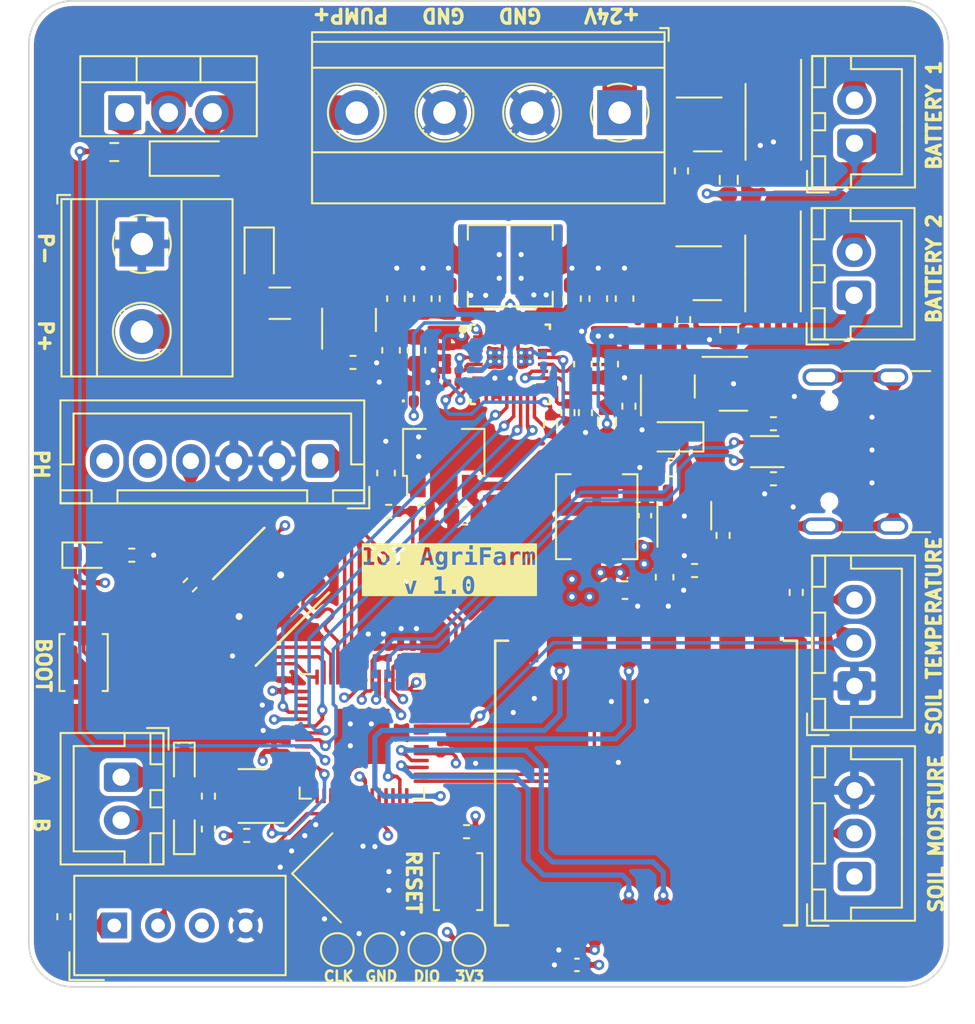
<source format=kicad_pcb>
(kicad_pcb (version 20221018) (generator pcbnew)
  (layers (0 "F.Cu" signal) (1 "In1.Cu" power) (2 "In2.Cu" power) (31 "B.Cu" signal) (34 "B.Paste" user) (35 "F.Paste" user) (36 "B.SilkS" user "B.Silkscreen") (37 "F.SilkS" user "F.Silkscreen") (38 "B.Mask" user) (39 "F.Mask" user) (44 "Edge.Cuts" user))
  (net 0 "")
  (net 1 "GND")
  (net 2 "/IOT_AGRIFARM_POWER/BATT2+")
  (net 3 "/IOT_AGRIFARM_POWER/BATT2-")
  (net 4 "/IOT_AGRIFARM_POWER/BATT1+")
  (net 5 "/IOT_AGRIFARM_POWER/BATT1-")
  (net 6 "/IOT_AGRIFARM_POWER/V_PANEL")
  (net 7 "/IOT_AGRIFARM_POWER/PMID")
  (net 8 "/IOT_AGRIFARM_POWER/VSYS")
  (net 9 "+5V")
  (net 10 "/IOT_AGRIFARM_POWER/BUCK_IN")
  (net 11 "+3V3")
  (net 12 "/MCU_RP2040/XIN")
  (net 13 "+1V1")
  (net 14 "Net-(D102-A2)")
  (net 15 "Net-(D201-K)")
  (net 16 "/IOT_AGRIFARM_SENSORS/NPK_B")
  (net 17 "/IOT_AGRIFARM_SENSORS/NPK_A")
  (net 18 "Net-(Q101-D)")
  (net 19 "/VBUS_IN")
  (net 20 "/USB_DP")
  (net 21 "/USB_DN")
  (net 22 "Earth")
  (net 23 "/IOT_AGRIFARM_SENSORS/SOIL_MOISTURE")
  (net 24 "Net-(Q101-G)")
  (net 25 "VBUS")
  (net 26 "/IOT_AGRIFARM_SENSORS/LIGHT_SENSOR")
  (net 27 "/IOT_AGRIFARM_POWER/REGN")
  (net 28 "/IOT_AGRIFARM_SENSORS/SOIL_TEMP")
  (net 29 "/IOT_AGRIFARM_SENSORS/DHT_SENSOR")
  (net 30 "/IOT_AGRIFARM_SENSORS/SOIL_PH")
  (net 31 "/MCU_RP2040/XOUT")
  (net 32 "/MCU_RP2040/USB_DP")
  (net 33 "/MCU_RP2040/USB_DN")
  (net 34 "/MCU_RP2040/QSPI_SS")
  (net 35 "/MCU_RP2040/RESET")
  (net 36 "/MCU_RP2040/SWCLK")
  (net 37 "/MCU_RP2040/SWDIO")
  (net 38 "/IOT_AGRIFARM_SENSORS/485_RX")
  (net 39 "/IOT_AGRIFARM_SENSORS/~{485_RX_EN}")
  (net 40 "/IOT_AGRIFARM_SENSORS/485_TX_EN")
  (net 41 "/IOT_AGRIFARM_SENSORS/485_TX")
  (net 42 "/MCU_RP2040/QSPI_SD3")
  (net 43 "/MCU_RP2040/QSPI_CLK")
  (net 44 "/MCU_RP2040/QSPI_SD0")
  (net 45 "/MCU_RP2040/QSPI_SD2")
  (net 46 "/MCU_RP2040/QSPI_SD1")
  (net 47 "Net-(U201-VCC)")
  (net 48 "Net-(U203-SDRV)")
  (net 49 "Net-(U203-BTST1)")
  (net 50 "Net-(U203-BTST2)")
  (net 51 "Net-(U204-VCC)")
  (net 52 "Net-(U207-BS)")
  (net 53 "/IOT_AGRIFARM_POWER/BUCK_SW")
  (net 54 "Net-(D201-A)")
  (net 55 "Net-(J104-CC1)")
  (net 57 "Net-(J104-CC2)")
  (net 59 "Net-(U201-CS)")
  (net 60 "Net-(U203-ILIM_HIZ)")
  (net 61 "Net-(U203-BATP)")
  (net 62 "Net-(U203-TS)")
  (net 63 "Net-(U204-CS)")
  (net 64 "Net-(U203-PROG)")
  (net 65 "Net-(U207-FB)")
  (net 66 "Net-(U201-OD)")
  (net 67 "Net-(U201-OC)")
  (net 69 "Net-(U202A-D1)")
  (net 72 "Net-(U204-OD)")
  (net 73 "Net-(U204-OC)")
  (net 75 "Net-(U205A-D1)")
  (net 76 "/+24V")
  (net 77 "/PUMP+")
  (net 78 "Net-(Q102-G)")
  (net 79 "/MCU_RP2040/GPIO16")
  (net 80 "/MCU_RP2040/GPIO17")
  (net 81 "/MCU_RP2040/GPIO18")
  (net 82 "/MCU_RP2040/GPIO19")
  (net 83 "/MCU_RP2040/GPIO20")
  (net 84 "/MCU_RP2040/GPIO21")
  (net 90 "/PUMP_EN")
  (net 91 "/IOT_AGRIFARM_POWER/BQ_~{QON}")
  (net 92 "/IOT_AGRIFARM_POWER/BQ_~{CE}")
  (net 93 "/IOT_AGRIFARM_POWER/BQ_SCL")
  (net 94 "/IOT_AGRIFARM_POWER/BQ_SDA")
  (net 95 "/IOT_AGRIFARM_POWER/BQ_~{INT}")
  (net 96 "Net-(C310-Pad1)")
  (net 97 "Net-(J401-Pin_4)")
  (net 100 "Net-(U301-USB_DP)")
  (net 101 "Net-(U301-USB_DM)")
  (net 104 "Net-(R306-Pad2)")
  (net 114 "Net-(R211-Pad1)")
  (net 115 "/IOT_AGRIFARM_POWER/SW2")
  (net 116 "/IOT_AGRIFARM_POWER/SW1")
  (footprint "LED_SMD:LED_0402_1005Metric" (layer "F.Cu") (at 139.6492 72.7202)
    (fp_text reference "D201" hide)
    (fp_text value "LED_STAT")
  )
  (footprint "TestPoint:TestPoint_Pad_D1.5mm" (layer "F.Cu") (at 142.367 104.521 -90)
    (fp_text reference "TP301" hide)
    (fp_text value "TP_3V3")
  )
  (footprint "Resistor_SMD:R_0402_1005Metric" (layer "F.Cu") (at 135.636 70.485 180)
    (fp_text reference "R102" hide)
    (fp_text value "10K")
  )
  (footprint "Capacitor_SMD:C_0603_1608Metric" (layer "F.Cu") (at 139.683001 66.789 90)
    (fp_text reference "C211" hide)
    (fp_text value "10u")
  )
  (footprint "Capacitor_SMD:C_0201_0603Metric" (layer "F.Cu") (at 141.431001 70.9546 180)
    (fp_text reference "C207" hide)
    (fp_text value "100n")
  )
  (footprint "My_Regulator_Switching:RQM0029A-MFG" (layer "F.Cu") (at 144.758401 70.599)
    (fp_text reference "U203" hide)
    (fp_text value "BQ25672RQMR")
  )
  (footprint "Inductor_SMD:L_Sunlord_MWSA0412S" (layer "F.Cu") (at 149.7724 79.43 90)
    (fp_text reference "L202" hide)
    (fp_text value "1u 20% 4.5A")
  )
  (footprint "Capacitor_SMD:C_0603_1608Metric" (layer "F.Cu") (at 138.129001 66.789 90)
    (fp_text reference "C210" hide)
    (fp_text value "10u")
  )
  (footprint "Diode_SMD:D_SOD-523" (layer "F.Cu") (at 125.857 93.788 -90)
    (fp_text reference "D402" hide)
    (fp_text value "ESD131")
  )
  (footprint "Resistor_SMD:R_0402_1005Metric" (layer "F.Cu") (at 155.448 82.55 180)
    (fp_text reference "R212" hide)
    (fp_text value "R_Small")
  )
  (footprint "Connector_JST:JST_XH_B2B-XH-A_1x02_P2.50mm_Vertical" (layer "F.Cu") (at 164.6936 66.5988 90)
    (fp_text reference "BT201" hide)
    (fp_text value "BATT2")
  )
  (footprint "Capacitor_SMD:C_0201_0603Metric" (layer "F.Cu") (at 133.1976 101.8032 -45)
    (fp_text reference "C309" hide)
    (fp_text value "22p")
  )
  (footprint "Capacitor_SMD:C_0201_0603Metric" (layer "F.Cu") (at 136.144 87.3 90)
    (fp_text reference "C312" hide)
    (fp_text value "100n")
  )
  (footprint "TestPoint:TestPoint_Pad_D1.5mm" (layer "F.Cu") (at 139.8086 104.521)
    (fp_text reference "TP304" hide)
    (fp_text value "TP_SWDIO")
  )
  (footprint "Resistor_SMD:R_0402_1005Metric" (layer "F.Cu") (at 127.254 95.631 -90)
    (fp_text reference "R406" hide)
    (fp_text value "10K")
  )
  (footprint "Connector_JST:JST_XH_B2B-XH-A_1x02_P2.50mm_Vertical" (layer "F.Cu") (at 164.719 57.785 90)
    (fp_text reference "BT202" hide)
    (fp_text value "BATT1")
  )
  (footprint "Capacitor_SMD:C_0201_0603Metric" (layer "F.Cu") (at 156.9822 63.1844)
    (fp_text reference "C205" hide)
    (fp_text value "100n")
  )
  (footprint "Resistor_SMD:R_0402_1005Metric" (layer "F.Cu") (at 147.0914 74.0918 -90)
    (fp_text reference "R208" hide)
    (fp_text value "5K1")
  )
  (footprint "Capacitor_SMD:C_0201_0603Metric" (layer "F.Cu") (at 157.0228 54.61)
    (fp_text reference "C218" hide)
    (fp_text value "100n")
  )
  (footprint "Button_Switch_SMD:SW_SPST_B3U-1000P" (layer "F.Cu") (at 141.732 100.584 90)
    (fp_text reference "SW301" hide)
    (fp_text value "SW_Push")
  )
  (footprint "Package_TO_SOT_SMD:SOT-23-6" (layer "F.Cu") (at 156.1846 65.318)
    (fp_text reference "U201" hide)
    (fp_text value "DW01A")
  )
  (footprint "Capacitor_SMD:C_0201_0603Metric" (layer "F.Cu") (at 131.064 92.71 90)
    (fp_text reference "C304" hide)
    (fp_text value "100n")
  )
  (footprint "TestPoint:TestPoint_Pad_D1.5mm" (layer "F.Cu") (at 137.2686 104.521 90)
    (fp_text reference "TP303" hide)
    (fp_text value "TP_GND")
  )
  (footprint "Package_TO_SOT_SMD:SOT-23-6" (layer "F.Cu") (at 154.8524 79.3695 90)
    (fp_text reference "U207" hide)
    (fp_text value "SD8942")
  )
  (footprint "Capacitor_SMD:C_0201_0603Metric" (layer "F.Cu") (at 136.525 102.0826 -135)
    (fp_text reference "C310" hide)
    (fp_text value "22p")
  )
  (footprint "Capacitor_SMD:C_0201_0603Metric" (layer "F.Cu") (at 148.6256 104.522 180)
    (fp_text reference "C502" hide)
    (fp_text value "100n")
  )
  (footprint "Resistor_SMD:R_0201_0603Metric" (layer "F.Cu") (at 148.27 75.057)
    (fp_text reference "R209" hide)
    (fp_text value "33K")
  )
  (footprint "Capacitor_SMD:C_0201_0603Metric" (layer "F.Cu") (at 148.060401 68.7194 180)
    (fp_text reference "C206" hide)
    (fp_text value "1n")
  )
  (footprint "Fuse:Fuse_1206_3216Metric" (layer "F.Cu") (at 131.3942 67.056)
    (fp_text reference "F101" hide)
    (fp_text value "Fuse")
  )
  (footprint "Package_TO_SOT_SMD:SOT-23-5" (layer "F.Cu") (at 157.7044 71.726)
    (fp_text reference "U101" hide)
    (fp_text value "AP2171W")
  )
  (footprint "Capacitor_SMD:C_0201_0603Metric" (layer "F.Cu") (at 140.4112 69.8924 -90)
    (fp_text reference "C202" hide)
    (fp_text value "100n")
  )
  (footprint "Capacitor_SMD:C_0201_0603Metric" (layer "F.Cu") (at 136.1948 97.536 -90)
    (fp_text reference "C305" hide)
    (fp_text value "100n")
  )
  (footprint "Resistor_SMD:R_0402_1005Metric" (layer "F.Cu") (at 129.474933 97.905)
    (fp_text reference "R404" hide)
    (fp_text value "10K")
  )
  (footprint "Capacitor_SMD:C_0603_1608Metric" (layer "F.Cu") (at 142.1264 79.375 180)
    (fp_text reference "C221" hide)
    (fp_text value "10u")
  )
  (footprint "LED_SMD:LED_0603_1608Metric" (layer "F.Cu") (at 120.269 81.661)
    (fp_text reference "Q401" hide)
    (fp_text value "Q_Photo_NPN")
  )
  (footprint "Capacitor_SMD:C_0201_0603Metric" (layer "F.Cu") (at 140.716 92.837 90)
    (fp_text reference "C306" hide)
    (fp_text value "100n")
  )
  (footprint "Capacitor_SMD:C_0201_0603Metric" (layer "F.Cu") (at 145.484401 67.678 180)
    (fp_text reference "C214" hide)
    (fp_text value "100n")
  )
  (footprint "TerminalBlock_Phoenix:TerminalBlock_Phoenix_MKDS-1,5-4-5.08_1x04_P5.08mm_Horizontal" (layer "F.Cu") (at 151.1034 56.007 180)
    (fp_text reference "J101" hide)
    (fp_text value "J_PUMP")
  )
  (footprint "Resistor_SMD:R_0402_1005Metric" (layer "F.Cu") (at 139.615 79.121)
    (fp_text reference "R407" hide)
    (fp_text value "10K")
  )
  (footprint "Package_TO_SOT_SMD:SOT-23-6" (layer "F.Cu") (at 156.21 56.6928)
    (fp_text reference "U204" hide)
    (fp_text value "DW01A")
  )
  (footprint "Resistor_SMD:R_0402_1005Metric" (layer "F.Cu") (at 122.809 81.661)
    (fp_text reference "R403" hide)
    (fp_text value "1K")
  )
  (footprint "Package_TO_SOT_SMD:SOT-666" (layer "F.Cu") (at 159.512 75.6582 180)
    (fp_text reference "U102" hide)
    (fp_text value "USBLC6-2P6")
  )
  (footprint "Capacitor_SMD:C_0201_0603Metric" (layer "F.Cu") (at 140.6384 88.987 90)
    (fp_text reference "C307" hide)
    (fp_text value "100n")
  )
  (footprint "Connector_JST:JST_XH_B2B-XH-A_1x02_P2.50mm_Vertical" (layer "F.Cu") (at 122.191 94.528 -90)
    (fp_text reference "J103" hide)
    (fp_text value "Conn_NPK")
  )
  (footprint "Package_TO_SOT_SMD:SOT-23" (layer "F.Cu") (at 153.8974 71.882 90)
    (fp_text reference "Q201" hide)
    (fp_text value "AO3401A")
  )
  (footprint "Resistor_SMD:R_0402_1005Metric" (layer "F.Cu") (at 126.1872 83.3882 45)
    (fp_text reference "R304" hide)
    (fp_text value "1K")
  )
  (footprint "Package_TO_SOT_SMD:SOT-89-3" (layer "F.Cu") (at 140.9014 75.703 90)
    (fp_text reference "U206" hide)
    (fp_text value "L78L05")
  )
  (footprint "Package_TO_SOT_THT:TO-220-3_Vertical" (layer "F.Cu") (at 122.4014 56.007)
    (fp_text reference "Q102" hide)
    (fp_text value "IRLZ44N")
  )
  (footprint "Diode_SMD:D_SOD-323F" (layer "F.Cu") (at 154.348 74.803 180)
    (fp_text reference "D202" hide)
    (fp_text value "2.5A")
  )
  (footprint "Inductor_SMD:L_0402_1005Metric" (layer "F.Cu") (at 160.147 80.01 180)
    (fp_text reference "L101" hide)
    (fp_text value "1u 10% 15mA")
  )
  (footprint "Capacitor_SMD:C_0603_1608Metric" (layer "F.Cu") (at 141.177001 66.789 90)
    (fp_text reference "C212" hide)
    (fp_text value "10u")
  )
  (footprint "Capacitor_SMD:C_0402_1005Metric" (layer "F.Cu") (at 148.6256 105.41 180)
    (fp_text reference "C501" hide)
    (fp_text value "2u2")
  )
  (footprint "Capacitor_SMD:C_0603_1608Metric" (layer "F.Cu") (at 151.4104 83.6875)
    (fp_text reference "C226" hide)
    (fp_text value "10u")
  )
  (footprint "Resistor_SMD:R_0402_1005Metric" (layer "F.Cu") (at 154.813 68.0124 -90)
    (fp_text reference "R202" hide)
    (fp_text value "1K")
  )
  (footprint "Capacitor_SMD:C_0603_1608Metric" (layer "F.Cu") (at 153.7094 82.9385 -90)
    (fp_text reference "C225" hide)
    (fp_text value "10u")
  )
  (footprint "Capacitor_SMD:C_0201_0603Metric" (layer "F.Cu") (at 138.4032 87.3 90)
    (fp_text reference "C313" hide)
    (fp_text value "1u")
  )
  (footprint "TestPoint:TestPoint_Pad_D1.5mm" (layer "F.Cu") (at 134.7286 104.521 90)
    (fp_text reference "TP302" hide)
    (fp_text value "TP_SWDCLK")
  )
  (footprint "Resistor_SMD:R_0603_1608Metric" (layer "F.Cu") (at 157.4546 68.5184 90)
    (fp_text reference "R201" hide)
    (fp_text value "100R")
  )
  (footprint "Package_DFN_QFN:DFN-S-8-1EP_6x5mm_P1.27mm" (layer "F.Cu") (at 130.2512 84.069907 45)
    (fp_text reference "U302" hide)
    (fp_text value "25Q128")
  )
  (footprint "Capacitor_SMD:C_0603_1608Metric" (layer "F.Cu") (at 139.319 69.7862 -90)
    (fp_text reference "C204" hide)
    (fp_text value "10u")
  )
  (footprint "Resistor_SMD:R_0402_1005Metric" (layer "F.Cu") (at 148.102001 73.3984 90)
    (fp_text reference "R203" hide)
    (fp_text value "127K")
  )
  (footprint "Capacitor_SMD:C_0201_0603Metric" (layer "F.Cu") (at 137.692 87.3 90)
    (fp_text reference "C303" hide)
    (fp_text value "100n")
  )
  (footprint "Resistor_SMD:R_0603_1608Metric" (layer "F.Cu") (at 150.368 73.914 -90)
    (fp_text reference "R205" hide)
    (fp_text value "100R")
  )
  (footprint "Package_TO_SOT_SMD:SOT-23" (layer "F.Cu") (at 135.4074 68.0212 90)
    (fp_text reference "Q101" hide)
    (fp_text value "AO3401A")
  )
  (footprint "Diode_SMD:D_SOD-323" (layer "F.Cu") (at 130.2004 64.2788 -90)
    (fp_text reference "D102" hide)
    (fp_text value "D_TVS")
  )
  (footprint "Resistor_SMD:R_0402_1005Metric" (layer "F.Cu") (at 127.254 97.538 -90)
    (fp_text reference "R408" hide)
    (fp_text value "10K")
  )
  (footprint "Sensor:Aosong_DHT11_5.5x12.0_P2.54mm" (layer "F.Cu") (at 121.793 103.124 90)
    (fp_text reference "U402" hide)
    (fp_text value "DHT11")
  )
  (footprint "Resistor_SMD:R_0603_1608Metric" (layer "F.Cu") (at 121.793 58.293)
    (fp_text reference "R101" hide)
    (fp_text value "100R")
  )
  (footprint "Resistor_SMD:R_0603_1608Metric" (layer "F.Cu") (at 157.4292 59.9054 90)
    (fp_text reference "R207" hide)
    (fp_text value "100R")
  )
  (footprint "Resistor_SMD:R_0402_1005Metric" (layer "F.Cu") (at 160.02 74.041 180)
    (fp_text reference "R104" hide)
    (fp_text value "5K1")
  )
  (footprint "Package_DFN_QFN:QFN-56-1EP_7x7mm_P0.4mm_EP3.2x3.2mm" (layer "F.Cu") (at 136.1554 92.164)
    (fp_text reference "U301" hide)
    (fp_text value "RP2040")
  )
  (footprint "Package_SO:TSSOP-8_4.4x3mm_P0.65mm" (layer "F.Cu") (at 159.9946 65.3288 -90)
    (fp_text reference "U202" hide)
    (fp_text value "8205A")
  )
  (footprint "Capacitor_SMD:C_0201_0603Metric" (layer "F.Cu") (at 141.1224 69.9008 -90)
    (fp_text reference "C201" hide)
    (fp_text value "100n")
  )
  (footprint "Capacitor_SMD:C_0402_1005Metric" (layer "F.Cu") (at 152.5664 79.3695 90)
    (fp_text reference "C223" hide)
    (fp_text value "22n")
  )
  (footprint "Diode_SMD:D_SOD-523" (layer "F.Cu") (at 125.857 97.728 90)
    (fp_text reference "D401" hide)
    (fp_text value "ESD131")
  )
  (footprint "Capacitor_SMD:C_0603_1608Metric" (layer "F.Cu") (at 137.5544 76.8982 90)
    (fp_text reference "C222" hide)
    (fp_text value "10u")
  )
  (footprint "Capacitor_SMD:C_0603_1608Metric" (layer "F.Cu") (at 137.8458 69.7862 -90)
    (fp_text reference "C203" hide)
    (fp_text value "10u")
  )
  (footprint "Capacitor_SMD:C_0201_0603Metric" (layer "F.Cu") (at 131.6214 89.205 90)
    (fp_text reference "C301" hide)
    (fp_text value "100n")
  )
  (footprint "TerminalBlock_Phoenix:TerminalBlock_Phoenix_MKDS-1,5-2-5.08_1x02_P5.08mm_Horizontal" (layer "F.Cu") (at 123.393 63.622 -90)
    (fp_text reference "J102" hide)
    (fp_text value "J_PANEL")
  )
  (footprint "Resistor_SMD:R_0402_1005Metric" (layer "F.Cu") (at 142.2236 97.688)
    (fp_text reference "R305" hide)
    (fp_text value "10K")
  )
  (footprint "Package_SO:TSSOP-8_4.4x3mm_P0.65mm" (layer "F.Cu") (at 160.012001 56.546 -90)
    (fp_text reference "U205" hide)
    (fp_text value "8205A")
  )
  (footprint "Resistor_SMD:R_0402_1005Metric" (layer "F.Cu") (at 149.118001 73.3984 -90)
    (fp_text reference "R204" hide)
    (fp_text value "100K")
  )
  (footprint "Capacitor_SMD:C_0603_1608Metric" (layer "F.Cu") (at 154.0774 76.581 180)
    (fp_text reference "C224" hide)
    (fp_text value "10u")
  )
  (footprint "Resistor_SMD:R_0201_0603Metric" (layer "F.Cu") (at 136.662048 99.400248 135)
    (fp_text reference "R301" hide)
    (fp_text value "1.05K")
  )
  (footprint "Capacitor_SMD:C_0603_1608Metric" (layer "F.Cu") (at 148.339801 66.789 90)
    (fp_text reference "C215" hide)
    (fp_text value "10u")
  )
  (footprint "Connector_JST:JST_XH_B6B-XH-A_1x06_P2.50mm_Vertical" (layer "F.Cu") (at 133.731 76.2 180)
    (fp_text reference "J401" hide)
    (fp_text value "Conn_PH")
  )
  (footprint "Resistor_SMD:R_0402_1005Metric" (layer "F.Cu") (at 118.872 102.616 90)
    (fp_text reference "R402" hide)
    (fp_text value "1K")
  )
  (footprint "Resistor_SMD:R_0201_0603Metric" (layer "F.Cu") (at 122.015 87.933 90)
    (fp_text reference "R306" hide)
    (fp_text value "1.05K")
  )
  (footprint "Resistor_SMD:R_0201_0603Metric" (layer "F.Cu") (at 151.638 74.742 -90)
    (fp_text reference "R211" hide)
    (fp_text value "1.05K")
  )
  (footprint "Inductor_SMD:L_Sunlord_MWSA0412S" (layer "F.Cu") (at 144.758401 64.884)
    (fp_text reference "L201" hide)
    (fp_text value "1u 20% 4.5A")
  )
  (footprint "Capacitor_SMD:C_0603_1608Metric" (layer "F.Cu") (at 151.387801 66.789 90)
    (fp_text reference "C217" hide)
    (fp_text value "10u")
  )
  (footprint "Capacitor_SMD:C_0201_0603Metric" (layer "F.Cu") (at 139.1144 87.3 90)
    (fp_text reference "C308" hide)
    (fp_text value "1u")
  )
  (footprint "Connector_USB:USB_C_Receptacle_GCT_USB4105-xx-A_16P_TopMnt_Horizontal" (layer "F.Cu") (at 165.862 75.661 90)
    (fp_text reference "J104" hide)
    (fp_text value "USB_C_Receptacle_USB2.0")
  )
  (footprint "Capacitor_SMD:C_0201_0603Metric" (layer "F.Cu") (at 144.032401 67.678)
    (fp_text reference "C209" hide)
    (fp_text value "100n")
  )
  (footprint "Capacitor_SMD:C_0201_0603Metric" (layer "F.Cu") (at 136.9808 87.3 90)
    (fp_text reference "C302" hide)
    (fp_text value "100n")
  )
  (footprint "Capacitor_SMD:C_0201_0603Metric" (layer "F.Cu") (at 136.906 97.536 -90)
    (fp_text reference "C311" hide)
    (fp_text value "100n")
  )
  (footprint "Button_Switch_SMD:SW_SPST_B3U-1000P" (layer "F.Cu") (at 120.015 87.884 90)
    (fp_text reference "SW302" hide)
    (fp_text value "SW_BOOT")
  )
  (footprint "Resistor_SMD:R_0402_1005Metric" (layer "F.Cu") (at 154.686 59.3852 -90)
    (fp_text reference "R210" hide)
    (fp_text value "1K")
  )
  (footprint "Resistor_SMD:R_0402_1005Metric" (layer "F.Cu") (at 137.708 79.121)
    (fp_text reference "R405" hide)
    (fp_text value "10K")
  )
  (footprint "Diode_SMD:D_SOD-123" (layer "F.Cu") (at 126.2114 58.674)
    (fp_text reference "D101" hide)
    (fp_text value "A7")
  )
  (footprint "Resistor_SMD:R_0402_1005Metric" (layer "F.Cu") (at 161.3408 83.82 -90)
    (fp_text reference "R401" hide)
    (fp_text value "1K")
  )
  (footprint "Resistor_SMD:R_0402_1005Metric" (layer "F.Cu") (at 157.099 80.518 -90)
    (fp_text reference "R213" hide)
    (fp_text value "R_Small")
  )
  (footprint "RF_Module:Ai-Thinker-Ra-01-LoRa" (layer "F.Cu") (at 152.634 94.87 90)
    (fp_text reference "U501" hide)
    (fp_text value "Ai-Thinker-Ra-02")
  )
  (footprint "Resistor_SMD:R_0201_0603Metric" (layer "F.Cu") (at 141.431001 71.6658 180)
    (fp_text reference "R206" hide)
    (fp_text value "2K2")
  )
  (footprint "Connector_JST:JST_XH_B3B-XH-A_1x03_P2.50mm_Vertical" (layer "F.Cu") (at 164.719 100.29 90)
    (fp_text reference "J402" hide)
    (fp_text value "Conn_MOISTURE")
  )
  (footprint "Connector_JST:JST_XH_B3B-XH-A_1x03_P2.50mm_Vertical" (layer "F.Cu") (at 164.719 89.241 90)
    (fp_text reference "U401" hide)
    (fp_text value "DS18B20")
  )
  (footprint "Crystal:Crystal_SMD_3225-4Pin_3.2x2.5mm" (layer "F.Cu") (at 134.690048 100.365648 -45)
    (fp_text reference "Y301" hide)
    (fp_text value "12MHz")
  )
  (footprint "Capacitor_SMD:C_0201_0603Metric" (layer "F.Cu") (at 129.651648 80.126952 -135)
    (fp_text reference "C314" hide)
    (fp_text value "100n")
  )
  (footprint "Resistor_SMD:R_0402_1005Metric" (layer "F.Cu") (at 151.638 73.027 90)
    (fp_text reference "R215" hide)
    (fp_text value "5K1")
  )
  (footprint "Capacitor_SMD:C_0603_1608Metric" (layer "F.Cu") (at 149.863801 66.789 90)
    (fp_text reference "C216" hide)
    (fp_text value "10u")
  )
  (footprint "Capacitor_SMD:C_0603_1608Metric" (layer "F.Cu") (at 150.495 70.586 -90)
    (fp_text reference "C219" hide)
    (fp_text value "10u")
  )
  (footprint "Capacitor_SMD:C_0603_1608Metric" (layer "F.Cu") (at 148.971 70.586 -90)
    (fp_text reference "C220" hide)
    (fp_text value "10u")
  )
  (footprint "Package_TO_SOT_SMD:SOT-23-8" (layer "F.Cu") (at 129.7995 95.6212 180)
    (fp_text reference "U403" hide)
    (fp_text value "MAX3362")
  )
  (footprint "Resistor_SMD:R_0402_1005Metric" (layer "F.Cu") (at 160.02 77.233 180)
    (fp_text reference "R103" hide)
    (fp_text value "5K1")
  )
  (footprint "Resistor_SMD:R_0201_0603Metric" (layer "B.Cu") (at 136.906 88.9 -90)
    (fp_text reference "R302" hide)
    (fp_text value "27R")
  )
  (footprint "Capacitor_SMD:C_0201_0603Metric" (layer "B.Cu") (at 142.1384 70.9168 180)
    (fp_text reference "C208" hide)
    (fp_text value "47n")
  )
  (footprint "Capacitor_SMD:C_0201_0603Metric" (layer "B.Cu") (at 146.685 70.345 -90)
    (fp_text reference "C213" hide)
    (fp_text value "47n")
  )
  (footprint "Resistor_SMD:R_0201_0603Metric" (layer "B.Cu") (at 137.668 88.9 -90)
    (fp_text reference "R303" hide)
    (fp_text value "27R")
  )
  (gr_arc (start 170.18 104.14) (mid 169.436051 105.936051) (end 167.64 106.68) (stroke (width 0.1)) (layer "Edge.Cuts"))
  (gr_arc (start 119.38 106.68) (mid 117.583949 105.936051) (end 116.84 104.14) (stroke (width 0.1)) (layer "Edge.Cuts"))
  (gr_arc (start 167.64 49.53) (mid 169.436051 50.273949) (end 170.18 52.07) (stroke (width 0.1)) (layer "Edge.Cuts"))
  (gr_line (start 119.38 106.68) (end 167.64 106.68) (stroke (width 0.1)) (layer "Edge.Cuts"))
  (gr_line (start 167.64 49.53) (end 119.38 49.53) (stroke (width 0.1)) (layer "Edge.Cuts"))
  (gr_line (start 170.18 104.14) (end 170.18 52.07) (stroke (width 0.1)) (layer "Edge.Cuts"))
  (gr_line (start 116.84 52.07) (end 116.84 104.14) (stroke (width 0.1)) (layer "Edge.Cuts"))
  (gr_arc (start 116.84 52.07) (mid 117.583949 50.273949) (end 119.38 49.53) (stroke (width 0.1)) (layer "Edge.Cuts"))
  (gr_text "IoT AgriFarm\n	v 1.0" (at 136.144 84.074) (layer "F.SilkS" knockout) (effects (font (size 1 1) (thickness 0.15) bold) (justify left bottom)))
  (gr_text "GND" (at 146.685 49.911 180) (layer "F.SilkS") (effects (font (size 0.8 0.8) (thickness 0.2) bold) (justify left bottom)))
  (gr_text "P+" (at 117.348 67.945 270) (layer "F.SilkS") (effects (font (size 0.8 0.8) (thickness 0.2) bold) (justify left bottom)))
  (gr_text "3V3" (at 141.478 106.426) (layer "F.SilkS") (effects (font (size 0.6 0.6) (thickness 0.15) bold) (justify left bottom)))
  (gr_text "BOOT" (at 117.221 86.36 270) (layer "F.SilkS") (effects (font (size 0.8 0.8) (thickness 0.2) bold) (justify left bottom)))
  (gr_text "RESET" (at 138.684 98.679 270) (layer "F.SilkS") (effects (font (size 0.8 0.8) (thickness 0.2) bold) (justify left bottom)))
  (gr_text "BATTERY 2" (at 169.799 68.326 90) (layer "F.SilkS") (effects (font (size 0.8 0.8) (thickness 0.2) bold) (justify left bottom)))
  (gr_text "DIO" (at 139.065 106.426) (layer "F.SilkS") (effects (font (size 0.6 0.6) (thickness 0.15) bold) (justify left bottom)))
  (gr_text "P-" (at 117.348 62.865 270) (layer "F.SilkS") (effects (font (size 0.8 0.8) (thickness 0.2) bold) (justify left bottom)))
  (gr_text "+24V" (at 152.4 49.911 180) (layer "F.SilkS") (effects (font (size 0.8 0.8) (thickness 0.2) bold) (justify left bottom)))
  (gr_text "B" (at 117.094 96.774 270) (layer "F.SilkS") (effects (font (size 0.8 0.8) (thickness 0.2) bold) (justify left bottom)))
  (gr_text "PUMP+" (at 137.795 49.911 180) (layer "F.SilkS") (effects (font (size 0.8 0.8) (thickness 0.2) bold) (justify left bottom)))
  (gr_text "A" (at 117.094 94.107 270) (layer "F.SilkS") (effects (font (size 0.8 0.8) (thickness 0.2) bold) (justify left bottom)))
  (gr_text "SOIL TEMPERATURE" (at 169.799 92.202 90) (layer "F.SilkS") (effects (font (size 0.8 0.8) (thickness 0.2) bold) (justify left bottom)))
  (gr_text "SOIL MOISTURE" (at 169.926 102.489 90) (layer "F.SilkS") (effects (font (size 0.8 0.8) (thickness 0.2) bold) (justify left bottom)))
  (gr_text "CLK" (at 133.858 106.426) (layer "F.SilkS") (effects (font (size 0.6 0.6) (thickness 0.15) bold) (justify left bottom)))
  (gr_text "BATTERY 1" (at 169.799 59.436 90) (layer "F.SilkS") (effects (font (size 0.8 0.8) (thickness 0.2) bold) (justify left bottom)))
  (gr_text "GND" (at 142.24 49.911 180) (layer "F.SilkS") (effects (font (size 0.8 0.8) (thickness 0.2) bold) (justify left bottom)))
  (gr_text "PH" (at 117.094 75.438 270) (layer "F.SilkS") (effects (font (size 0.8 0.8) (thickness 0.2) bold) (justify left bottom)))
  (gr_text "GND" (at 136.271 106.426) (layer "F.SilkS") (effects (font (size 0.6 0.6) (thickness 0.15) bold) (justify left bottom)))
  (segment (start 131.064 92.39) (end 130.5916 92.39) (width 0.3) (layer "F.Cu") (net 1))
  (segment (start 144.758401 68.899001) (end 144.758401 68.042628) (width 0.2) (layer "F.Cu") (net 1))
  (segment (start 143.7584 72.498999) (end 143.7584 71.5066) (width 0.2) (layer "F.Cu") (net 1))
  (segment (start 135.1554 93.164) (end 136.1554 92.164) (width 0.2) (layer "F.Cu") (net 1))
  (segment (start 138.129001 66.014) (end 141.177001 66.014) (width 0.75) (layer "F.Cu") (net 1))
  (segment (start 134.866825 101.861175) (end 133.985 102.743) (width 0.25) (layer "F.Cu") (net 1))
  (segment (start 135.1554 95.6015) (end 135.1554 93.164) (width 0.2) (layer "F.Cu") (net 1))
  (segment (start 130.3782 90.3478) (end 130.2512 90.2208) (width 0.2) (layer "F.Cu") (net 1))
  (segment (start 143.7584 71.5066) (end 143.8656 71.3994) (width 0.2) (layer "F.Cu") (net 1))
  (segment (start 144.7546 68.038827) (end 144.758351 68.042578) (width 0.5) (layer "F.Cu") (net 1))
  (segment (start 136.1948 98.504454) (end 136.219203 98.528857) (width 0.3) (layer "F.Cu") (net 1))
  (segment (start 144.158402 72.498999) (end 143.766402 72.498999) (width 0.2) (layer "F.Cu") (net 1))
  (segment (start 159.8064 75.6582) (end 159.8064 74.3374) (width 0.2) (layer "F.Cu") (net 1))
  (segment (start 160.437 75.6582) (end 159.8064 75.6582) (width 0.2) (layer "F.Cu") (net 1))
  (segment (start 159.51 75.9546) (end 159.51 77.233) (width 0.2) (layer "F.Cu") (net 1))
  (segment (start 152.4 74.3966) (end 152.4 74.7776) (width 0.2) (layer "F.Cu") (net 1))
  (segment (start 154.8524 81.6911) (end 154.8524 80.507) (width 0.5) (layer "F.Cu") (net 1))
  (segment (start 148.339801 66.014) (end 151.387801 66.014) (width 0.75) (layer "F.Cu") (net 1))
  (segment (start 134.866825 101.744506) (end 134.866825 101.861175) (width 0.25) (layer "F.Cu") (net 1))
  (segment (start 144.758401 68.042628) (end 144.758351 68.042578) (width 0.2) (layer "F.Cu") (net 1))
  (segment (start 154.8524 79.394) (end 154.8524 80.507) (width 0.5) (layer "F.Cu") (net 1))
  (segment (start 149.098 71.361) (end 150.622 71.361) (width 0.75) (layer "F.Cu") (net 1))
  (segment (start 152.1156 75.062) (end 151.638 75.062) (width 0.2) (layer "F.Cu") (net 1))
  (segment (start 130.2512 90.2208) (end 130.2512 89.3318) (width 0.2) (layer "F.Cu") (net 1))
  (segment (start 136.0356 102.572) (end 135.694319 102.572) (width 0.25) (layer "F.Cu") (net 1))
  (segment (start 152.273 76.581) (end 153.3024 76.581) (width 0.5) (layer "F.Cu") (net 1))
  (segment (start 130.2512 89.3318) (end 130.698 88.885) (width 0.2) (layer "F.Cu") (net 1))
  (segment (start 134.866825 101.744506) (end 134.690048 101.567729) (width 0.3) (layer "F.Cu") (net 1))
  (segment (start 160.337001 58.025801) (end 160.337001 59.4085) (width 0.3) (layer "F.Cu") (net 1))
  (segment (start 144.7546 67.183) (end 144.7546 68.038827) (width 0.5) (layer "F.Cu") (net 1))
  (segment (start 130.5916 92.39) (end 130.429 92.2274) (width 0.3) (layer "F.Cu") (net 1))
  (segment (start 134.690048 99.163567) (end 134.690048 100.365648) (width 0.3) (layer "F.Cu") (net 1))
  (segment (start 135.694319 102.572) (end 134.866825 101.744506) (width 0.25) (layer "F.Cu") (net 1))
  (segment (start 159.687001 59.4085) (end 160.337001 59.4085) (width 0.3) (layer "F.Cu") (net 1))
  (segment (start 129.032 85.217) (end 131.445 82.804) (width 0.5) (layer "F.Cu") (net 1))
  (segment (start 144.7546 69.9008) (end 144.7546 71.3994) (width 0.3) (layer "F.Cu") (net 1))
  (segment (start 159.258 57.912) (end 159.687001 58.341001) (width 0.3) (layer "F.Cu") (net 1))
  (segment (start 162.179 72.461) (end 161.234 72.461) (width 0.5) (layer "F.Cu") (net 1))
  (segment (start 136.298726 102.308874) (end 136.0356 102.572) (width 0.25) (layer "F.Cu") (net 1))
  (segment (start 162.182 78.861) (end 161.169 78.861) (width 0.5) (layer "F.Cu") (net 1))
  (segment (start 160.02 57.7088) (end 160.337001 58.025801) (width 0.3) (layer "F.Cu") (net 1))
  (segment (start 134.690048 101.567729) (end 134.690048 100.365648) (width 0.3) (layer "F.Cu") (net 1))
  (segment (start 144.758401 69.896999) (end 144.7546 69.9008) (width 0.2) (layer "F.Cu") (net 1))
  (segment (start 159.8064 74.3374) (end 159.51 74.041) (width 0.2) (layer "F.Cu") (net 1))
  (segment (start 157.7044 71.726) (end 156.5669 71.726) (width 0.5) (layer "F.Cu") (net 1))
  (segment (start 130.698 88.885) (end 131.6214 88.885) (width 0.2) (layer "F.Cu") (net 1))
  (segment (start 159.8064 75.6582) (end 159.51 75.9546) (width 0.2) (layer "F.Cu") (net 1))
  (segment (start 136.906 97.856) (end 136.906 98.552) (width 0.3) (layer "F.Cu") (net 1))
  (segment (start 136.1948 97.856) (end 136.1948 98.504454) (width 0.3) (layer "F.Cu") (net 1))
  (segment (start 144.758401 68.899001) (end 144.758401 69.896999) (width 0.2) (layer "F.Cu") (net 1))
  (segment (start 161.169 78.861) (end 161.163 78.867) (width 0.5) (layer "F.Cu") (net 1))
  (segment (start 134.513271 98.98679) (end 134.690048 99.163567) (width 0.3) (layer "F.Cu") (net 1))
  (segment (start 152.4 74.7776) (end 152.1156 75.062) (width 0.2) (layer "F.Cu") (net 1))
  (segment (start 159.687001 58.341001) (end 159.687001 59.4085) (width 0.3) (layer "F.Cu") (net 1))
  (segment (start 130.429 92.2274) (end 130.429 91.821) (width 0.3) (layer "F.Cu") (net 1))
  (via (at 154.8524 79.394) (size 0.6) (drill 0.3) (layers "F.Cu" "B.Cu") (net 1))
  (via (at 138.5316 103.5812) (size 0.6) (drill 0.3) (layers "F.Cu" "B.Cu") (net 1))
  (via (at 165.735 73.66) (size 0.6) (drill 0.3) (layers "F.Cu" "B.Cu") (net 1))
  (via (at 160.02 57.7088) (size 0.6) (drill 0.3) (layers "F.Cu" "B.Cu") (net 1))
  (via (at 141.1732 65.024) (size 0.6) (drill 0.3) (layers "F.Cu" "B.Cu") (net 1))
  (via (at 151.384 65.024) (size 0.6) (drill 0.3) (layers "F.Cu" "B.Cu") (net 1))
  (via (at 161.163 78.867) (size 0.6) (drill 0.3) (layers "F.Cu" "B.Cu") (net 1))
  (via (at 144.9324 90.7796) (size 0.6) (drill 0.3) (layers "F.Cu" "B.Cu") (net 1))
  (via (at 151.0284 93.6752) (size 0.6) (drill 0.3) (layers "F.Cu" "B.Cu") (net 1))
  (via (at 139.446 74.803) (size 0.6) (drill 0.3) (layers "F.Cu" "B.Cu") (net 1))
  (via (at 152.273 76.581) (size 0.6) (drill 0.3) (layers "F.Cu" "B.Cu") (net 1))
  (via (at 152.4 74.3966) (size 0.6) (drill 0.3) (layers "F.Cu" "B.Cu") (net 1))
  (via (at 128.651 87.503) (size 0.6) (drill 0.3) (layers "F.Cu" "B.Cu") (net 1))
  (via (at 132.08 98.806) (size 0.6) (drill 0.3) (layers "F.Cu" "B.Cu") (net 1))
  (via (at 157.7044 71.726) (size 0.6) (drill 0.3) (layers "F.Cu" "B.Cu") (net 1))
  (via (at 150.622 90.1446) (size 0.6) (drill 0.3) (layers "F.Cu" "B.Cu") (net 1))
  (via (at 131.4196 99.7458) (size 0.6) (drill 0.3) (layers "F.Cu" "B.Cu") (net 1))
  (via (at 135.4836 91.44) (size 0.6) (drill 0.3) (layers "F.Cu" "B.Cu") (net 1))
  (via (at 139.446 75.946) (size 0.6) (drill 0.3) (layers "F.Cu" "B.Cu") (net 1))
  (via (at 165.735 77.47) (size 0.6) (drill 0.3) (layers "F.Cu" "B.Cu") (net 1))
  (via (at 138.176 65.024) (size 0.6) (drill 0.3) (layers "F.Cu" "B.Cu") (net 1))
  (via (at 140.2943 70.9422) (size 0.6) (drill 0.3) (layers "F.Cu" "B.Cu") (net 1))
  (via (at 137.407839 86.226839) (size 0.6) (drill 0.3) (layers "F.Cu" "B.Cu") (net 1))
  (via (at 147.32 105.41) (size 0.6) (drill 0.3) (layers "F.Cu" "B.Cu") (net 1))
  (via (at 138.43 85.9165) (size 0.6) (drill 0.3) (layers "F.Cu" "B.Cu") (net 1))
  (via (at 147.574 104.5464) (size 0.6) (drill 0.3) (layers "F.Cu" "B.Cu") (net 1))
  (via (at 152.654 90.1192) (size 0.6) (drill 0.3) (layers "F.Cu" "B.Cu") (net 1))
  (via (at 124.079 81.661) (size 0.6) (drill 0.3) (layers "F.Cu" "B.Cu") (net 1))
  (via (at 148.336 65.024) (size 0.6) (drill 0.3) (layers "F.Cu" "B.Cu") (net 1))
  (via (at 149.1234 74.549) (size 0.6) (drill 0.3) (layers "F.Cu" "B.Cu") (net 1))
  (via (at 137.16 71.628) (size 0.6) (drill 0.3) (layers "F.Cu" "B.Cu") (net 1))
  (via (at 146.1516 89.9668) (size 0.6) (drill 0.3) (layers "F.Cu" "B.Cu") (net 1))
  (via (at 139.319 85.9165) (size 0.6) (drill 0.3) (layers "F.Cu" "B.Cu") (net 1))
  (via (at 149.86 65.024) (size 0.6) (drill 0.3) (layers "F.Cu" "B.Cu") (net 1))
  (via (at 144.7546 67.183) (size 0.6) (drill 0.3) (layers "F.Cu" "B.Cu") (net 1))
  (via (at 137.7188 99.9998) (size 0.6) (drill 0.3) (layers "F.Cu" "B.Cu") (net 1))
  (via (at 135.9916 103.5965) (size 0.6) (drill 0.3) (layers "F.Cu" "B.Cu") (net 1))
  (via (at 151.384 71.374) (size 0.6) (drill 0.3) (layers "F.Cu" "B.Cu") (net 1))
  (via (at 129.032 85.217) (size 0.8) (drill 0.4) (layers "F.Cu" "B.Cu") (net 1))
  (via (at 144.7546 71.3994) (size 0.6) (drill 0.3) (layers "F.Cu" "B.Cu") (net 1))
  (via (at 137.0076 70.5104) (size 0.6) (drill 0.3) (layers "F.Cu" "B.Cu") (net 1))
  (via (at 135.4836 92.71) (size 0.6) (drill 0.3) (layers "F.Cu" "B.Cu") (net 1))
  (via (at 159.258 57.912) (size 0.6) (drill 0.3) (layers "F.Cu" "B.Cu") (net 1))
  (via (at 136.219203 98.528857) (size 0.6) (drill 0.3) (layers "F.Cu" "B.Cu") (net 1))
  (via (at 153.924 84.6175) (size 0.6) (drill 0.3) (layers "F.Cu" "B.Cu") (net 1))
  (via (at 165.735 75.565) (size 0.6) (drill 0.3) (layers "F.Cu" "B.Cu") (net 1))
  (via (at 139.9794 71.6534) (size 0.6) (drill 0.3) (layers "F.Cu" "B.Cu") (net 1))
  (via (at 142.748 93.726) (size 0.6) (drill 0.3) (layers "F.Cu" "B.Cu") (net 1))
  (via (at 130.3782 90.3478) (size 0.6) (drill 0.3) (layers "F.Cu" "B.Cu") (net 1))
  (via (at 136.7028 91.44) (size 0.6) (drill 0.3) (layers "F.Cu" "B.Cu") (net 1))
  (via (at 130.429 91.821) (size 0.6) (drill 0.3) (layers "F.Cu" "B.Cu") (net 1))
  (via (at 136.525 86.233) (size 0.6) (drill 0.3) (layers "F.Cu" "B.Cu") (net 1))
  (via (at 133.477 97.282) (size 0.6) (drill 0.3) (layers "F.Cu" "B.Cu") (net 1))
  (via (at 137.7188 101.092) (size 0.6) (drill 0.3) (layers "F.Cu" "B.Cu") (net 1))
  (via (at 132.842 97.917) (size 0.6) (drill 0.3) (layers "F.Cu" "B.Cu") (net 1))
  (via (at 137.541 75.057) (size 0.6) (drill 0.3) (layers "F.Cu" "B.Cu") (net 1))
  (via (at 136.906 98.552) (size 0.6) (drill 0.3) (layers "F.Cu" "B.Cu") (net 1))
  (via (at 161.234 72.461) (size 0.6) (drill 0.3) (layers "F.Cu" "B.Cu") (net 1))
  (via (at 143.8656 71.3994) (size 0.6) (drill 0.3) (layers "F.Cu" "B.Cu") (net 1))
  (via (at 148.898956 68.686416) (size 0.6) (drill 0.3) (layers "F.Cu" "B.Cu") (net 1))
  (via (at 154.8524 81.6911) (size 0.6) (drill 0.3) (layers "F.Cu" "B.Cu") (net 1))
  (via (at 159.512 78.105) (size 0.6) (drill 0.3) (layers "F.Cu" "B.Cu") (net 1))
  (via (at 131.445 82.804) (size 0.8) (drill 0.4) (layers "F.Cu" "B.Cu") (net 1))
  (via (at 154.813 83.693) (size 0.6) (drill 0.3) (layers "F.Cu" "B.Cu") (net 1))
  (via (at 152.146 84.6175) (size 0.6) (drill 0.3) (layers "F.Cu" "B.Cu") (net 1))
  (via (at 133.985 102.743) (size 0.6) (drill 0.3) (layers "F.Cu" "B.Cu") (net 1))
  (via (at 139.7 65.024) (size 0.6) (drill 0.3) (layers "F.Cu" "B.Cu") (net 1))
  (segment (start 150.368 74.739) (end 150.368 74.041) (width 0.2) (layer "F.Cu") (net 2))
  (segment (start 149.86 68.961) (end 149.86 69.811) (width 0.5) (layer "F.Cu") (net 2))
  (segment (start 147.32 69.6976) (end 147.218601 69.798999) (width 0.2) (layer "F.Cu") (net 2))
  (segment (start 156.4871 69.3434) (end 157.4546 69.3434) (width 0.5) (layer "F.Cu") (net 2))
  (segment (start 149.098 69.811) (end 149.86 69.811) (width 0.75) (layer "F.Cu") (net 2))
  (segment (start 147.218601 69.798999) (end 146.6584 69.798999) (width 0.2) (layer "F.Cu") (net 2))
  (segment (start 156.3116 69.1679) (end 156.4871 69.3434) (width 0.5) (layer "F.Cu") (net 2))
  (segment (start 146.6584 69.399) (end 147.2246 69.399) (width 0.2) (layer "F.Cu") (net 2))
  (segment (start 149.86 69.811) (end 150.622 69.811) (width 0.75) (layer "F.Cu") (net 2))
  (segment (start 147.32 69.4944) (end 147.32 69.6976) (width 0.2) (layer "F.Cu") (net 2))
  (segment (start 150.622 68.961) (end 150.622 69.811) (width 0.5) (layer "F.Cu") (net 2))
  (segment (start 147.2246 69.399) (end 147.32 69.4944) (width 0.2) (layer "F.Cu") (net 2))
  (via (at 150.622 68.961) (size 0.6) (drill 0.3) (layers "F.Cu" "B.Cu") (net 2))
  (via (at 149.86 68.961) (size 0.6) (drill 0.3) (layers "F.Cu" "B.Cu") (net 2))
  (via (at 156.3116 69.1679) (size 0.6) (drill 0.3) (layers "F.Cu" "B.Cu") (net 2))
  (via (at 150.368 74.041) (size 0.6) (drill 0.3) (layers "F.Cu" "B.Cu") (net 2))
  (segment (start 154.2796 68.961) (end 156.3116 68.961) (width 1) (layer "B.Cu") (net 2))
  (segment (start 156.3116 68.961) (end 163.703 68.961) (width 1) (layer "B.Cu") (net 2))
  (segment (start 149.86 73.025) (end 149.86 68.961) (width 0.2) (layer "B.Cu") (net 2))
  (segment (start 150.368 73.533) (end 149.86 73.025) (width 0.2) (layer "B.Cu") (net 2))
  (segment (start 150.368 74.041) (end 150.368 73.533) (width 0.2) (layer "B.Cu") (net 2))
  (segment (start 154.3304 68.9102) (end 154.2796 68.961) (width 0.3) (layer "B.Cu") (net 2))
  (segment (start 149.86 68.961) (end 154.2796 68.961) (width 1) (layer "B.Cu") (net 2))
  (segment (start 156.3116 69.1679) (end 156.3116 68.961) (width 0.5) (layer "B.Cu") (net 2))
  (segment (start 164.719 67.945) (end 164.719 66.254) (width 1) (layer "B.Cu") (net 2))
  (segment (start 163.703 68.961) (end 164.719 67.945) (width 1) (layer "B.Cu") (net 2))
  (segment (start 159.6644 62.4715) (end 159.6696 62.4663) (width 0.3) (layer "F.Cu") (net 3))
  (segment (start 157.3022 63.1844) (end 158.1296 63.1844) (width 0.3) (layer "F.Cu") (net 3))
  (segment (start 159.6644 63.4492) (end 159.6644 62.4715) (width 0.3) (layer "F.Cu") (net 3))
  (segment (start 159.6696 62.4663) (end 159.6696 61.5136) (width 0.3) (layer "F.Cu") (net 3))
  (segment (start 164.6936 64.0988) (end 164.6936 61.8236) (width 1) (layer "F.Cu") (net 3))
  (segment (start 158.1296 63.1844) (end 158.6992 63.754) (width 0.3) (layer "F.Cu") (net 3))
  (segment (start 160.3196 61.4628) (end 160.02 61.1632) (width 0.3) (layer "F.Cu") (net 3))
  (segment (start 163.8988 61.0288) (end 160.1544 61.0288) (width 1) (layer "F.Cu") (net 3))
  (segment (start 164.6936 61.8236) (end 163.8988 61.0288) (width 1) (layer "F.Cu") (net 3))
  (segment (start 157.3022 63.1844) (end 157.3022 64.3481) (width 0.3) (layer "F.Cu") (net 3))
  (segment (start 159.6696 61.5136) (end 160.02 61.1632) (width 0.3) (layer "F.Cu") (net 3))
  (segment (start 160.1544 61.0288) (end 160.02 61.1632) (width 1) (layer "F.Cu") (net 3))
  (segment (start 160.3196 62.4663) (end 160.3196 61.4628) (width 0.3) (layer "F.Cu") (net 3))
  (segment (start 159.3596 63.754) (end 159.6644 63.4492) (width 0.3) (layer "F.Cu") (net 3))
  (segment (start 157.3022 64.3481) (end 157.3221 64.368) (width 0.3) (layer "F.Cu") (net 3))
  (segment (start 158.6992 63.754) (end 159.3596 63.754) (width 0.3) (layer "F.Cu") (net 3))
  (segment (start 154.813 69.6722) (end 155.2448 70.104) (width 0.3) (layer "F.Cu") (net 4))
  (segment (start 154.813 68.5224) (end 154.813 69.6722) (width 0.3) (layer "F.Cu") (net 4))
  (segment (start 167.386 69.088) (end 166.6748 69.7992) (width 1) (layer "F.Cu") (net 4))
  (segment (start 160.3196 68.1913) (end 160.3196 69.2964) (width 0.3) (layer "F.Cu") (net 4))
  (segment (start 158.652293 69.596) (end 160.02 69.596) (width 0.3) (layer "F.Cu") (net 4))
  (segment (start 159.6696 69.2456) (end 160.02 69.596) (width 0.3) (layer "F.Cu") (net 4))
  (segment (start 160.2232 69.7992) (end 160.02 69.596) (width 1) (layer "F.Cu") (net 4))
  (segment (start 167.386 58.547) (end 167.386 69.088) (width 1) (layer "F.Cu") (net 4))
  (segment (start 155.2448 70.104) (end 158.144293 70.104) (width 0.3) (layer "F.Cu") (net 4))
  (segment (start 166.6748 69.7992) (end 160.2232 69.7992) (width 1) (layer "F.Cu") (net 4))
  (segment (start 160.3196 69.2964) (end 160.02 69.596) (width 0.3) (layer "F.Cu") (net 4))
  (segment (start 164.719 57.785) (end 166.624 57.785) (width 1) (layer "F.Cu") (net 4))
  (segment (start 156.1836 60.7304) (end 156.1592 60.706) (width 0.3) (layer "F.Cu") (net 4))
  (segment (start 158.144293 70.104) (end 158.652293 69.596) (width 0.3) (layer "F.Cu") (net 4))
  (segment (start 166.624 57.785) (end 167.386 58.547) (width 1) (layer "F.Cu") (net 4))
  (segment (start 159.6696 68.1913) (end 159.6696 69.2456) (width 0.3) (layer "F.Cu") (net 4))
  (segment (start 157.4292 60.7304) (end 156.1836 60.7304) (width 0.3) (layer "F.Cu") (net 4))
  (via (at 156.1592 60.706) (size 0.6) (drill 0.3) (layers "F.Cu" "B.Cu") (net 4))
  (segment (start 164.719 59.6138) (end 164.719 57.785) (width 0.3) (layer "B.Cu") (net 4))
  (segment (start 163.6268 60.706) (end 164.719 59.6138) (width 0.3) (layer "B.Cu") (net 4))
  (segment (start 156.1592 60.706) (end 163.6268 60.706) (width 0.3) (layer "B.Cu") (net 4))
  (segment (start 160.02 52.2224) (end 159.687001 52.555399) (width 0.3) (layer "F.Cu") (net 5))
  (segment (start 160.337001 52.539401) (end 160.337001 53.6835) (width 0.3) (layer "F.Cu") (net 5))
  (segment (start 158.3944 54.61) (end 158.75 54.9656) (width 0.3) (layer "F.Cu") (net 5))
  (segment (start 160.02 52.2224) (end 160.337001 52.539401) (width 0.3) (layer "F.Cu") (net 5))
  (segment (start 158.75 54.9656) (end 159.4104 54.9656) (width 0.3) (layer "F.Cu") (net 5))
  (segment (start 160.274 51.9684) (end 164.0332 51.9684) (width 1) (layer "F.Cu") (net 5))
  (segment (start 157.3475 55.7428) (end 157.3475 54.6147) (width 0.3) (layer "F.Cu") (net 5))
  (segment (start 159.687001 54.688999) (end 159.687001 53.6835) (width 0.3) (layer "F.Cu") (net 5))
  (segment (start 157.3475 54.6147) (end 157.3428 54.61) (width 0.3) (layer "F.Cu") (net 5))
  (segment (start 159.4104 54.9656) (end 159.687001 54.688999) (width 0.3) (layer "F.Cu") (net 5))
  (segment (start 159.687001 52.555399) (end 159.687001 53.6835) (width 0.3) (layer "F.Cu") (net 5))
  (segment (start 164.0332 51.9684) (end 164.719 52.6542) (width 1) (layer "F.Cu") (net 5))
  (segment (start 157.3428 54.61) (end 158.3944 54.61) (width 0.3) (layer "F.Cu") (net 5))
  (segment (start 160.02 52.2224) (end 160.274 51.9684) (width 1) (layer "F.Cu") (net 5))
  (segment (start 164.719 52.6542) (end 164.719 55.285) (width 1) (layer "F.Cu") (net 5))
  (segment (start 142.417599 69.798999) (end 142.858402 69.798999) (width 0.2) (layer "F.Cu") (net 6))
  (segment (start 142.2908 69.5198) (end 142.2908 69.6722) (width 0.2) (layer "F.Cu") (net 6))
  (segment (start 142.858402 71.799) (end 142.858402 72.051801) (width 0.2) (layer "F.Cu") (net 6))
  (segment (start 142.858402 72.051801) (end 143.005801 72.1992) (width 0.2) (layer "F.Cu") (net 6))
  (segment (start 142.4116 69.399) (end 142.2908 69.5198) (width 0.2) (layer "F.Cu") (net 6))
  (segment (start 141.1224 69.5808) (end 142.1994 69.5808) (width 0.3) (layer "F.Cu") (net 6))
  (segment (start 142.1994 69.5808) (end 142.2908 69.6722) (width 0.3) (layer "F.Cu") (net 6))
  (segment (start 141.859 72.39938) (end 141.859 72.6694) (width 0.2) (layer "F.Cu") (net 6))
  (segment (start 142.858402 69.399) (end 142.4116 69.399) (width 0.2) (layer "F.Cu") (net 6))
  (segment (start 142.858402 71.799) (end 142.45938 71.799) (width 0.2) (layer "F.Cu") (net 6))
  (segment (start 137.8458 69.0112) (end 139.319 69.0112) (width 0.75) (layer "F.Cu") (net 6))
  (segment (start 142.2908 69.6722) (end 142.417599 69.798999) (width 0.2) (layer "F.Cu") (net 6))
  (segment (start 143.366402 72.498999) (end 143.361401 72.504) (width 0.2) (layer "F.Cu") (net 6))
  (segment (start 136.4099 69.0112) (end 137.8458 69.0112) (width 0.75) (layer "F.Cu") (net 6))
  (segment (start 142.45938 71.799) (end 141.859 72.39938) (width 0.2) (layer "F.Cu") (net 6))
  (segment (start 136.3574 68.9587) (end 136.4099 69.0112) (width 0.75) (layer "F.Cu") (net 6))
  (via (at 141.9352 68.9356) (size 0.6) (drill 0.3) (layers "F.Cu" "B.Cu") (net 6))
  (via (at 141.859 72.6694) (size 0.6) (drill 0.3) (layers "F.Cu" "B.Cu") (net 6))
  (segment (start 140.8938 71.3994) (end 140.8938 69.1134) (width 0.2) (layer "B.Cu") (net 6))
  (segment (start 141.859 72.6694) (end 141.859 72.3646) (width 0.2) (layer "B.Cu") (net 6))
  (segment (start 141.0716 68.9356) (end 141.9352 68.9356) (width 0.2) (layer "B.Cu") (net 6))
  (segment (start 141.859 72.3646) (end 140.8938 71.3994) (width 0.2) (layer "B.Cu") (net 6))
  (segment (start 140.8938 69.1134) (end 141.0716 68.9356) (width 0.2) (layer "B.Cu") (net 6))
  (segment (start 138.129001 67.564) (end 141.177001 67.564) (width 0.75) (layer "F.Cu") (net 7))
  (segment (start 143.7132 68.1228) (end 143.7132 67.678799) (width 0.25) (layer "F.Cu") (net 7))
  (segment (start 143.8584 68.874) (end 143.8584 68.268) (width 0.25) (layer "F.Cu") (net 7))
  (segment (start 143.7132 67.678799) (end 143.712401 67.678) (width 0.25) (layer "F.Cu") (net 7))
  (segment (start 143.8584 68.268) (end 143.7132 68.1228) (width 0.25) (layer "F.Cu") (net 7))
  (segment (start 152.908 71.501) (end 152.908 68.072) (width 0.75) (layer "F.Cu") (net 8))
  (segment (start 142.4014 77.653) (end 144.724 77.653) (width 0.5) (layer "F.Cu") (net 8))
  (segment (start 153.248 74.803) (end 153.248 74.127) (width 0.3) (layer "F.Cu") (net 8))
  (segment (start 145.804401 68.012799) (end 145.804401 67.678) (width 0.25) (layer "F.Cu") (net 8))
  (segment (start 145.658402 68.158798) (end 145.804401 68.012799) (width 0.25) (layer "F.Cu") (net 8))
  (segment (start 152.9474 73.8264) (end 152.9474 72.8195) (width 0.3) (layer "F.Cu") (net 8))
  (segment (start 144.724 77.653) (end 146.57 75.807) (width 0.5) (layer "F.Cu") (net 8))
  (segment (start 145.658402 68.899001) (end 145.658402 68.158798) (width 0.25) (layer "F.Cu") (net 8))
  (segment (start 152.908 71.501) (end 152.9474 71.5404) (width 0.5) (layer "F.Cu") (net 8))
  (segment (start 142.4014 78.2664) (end 142.9014 78.7664) (width 0.5) (layer "F.Cu") (net 8))
  (segment (start 152.4 67.564) (end 151.387801 67.564) (width 0.75) (layer "F.Cu") (net 8))
  (segment (start 148.339801 67.564) (end 151.387801 67.564) (width 0.75) (layer "F.Cu") (net 8))
  (segment (start 153.248 74.127) (end 152.9474 73.8264) (width 0.3) (layer "F.Cu") (net 8))
  (segment (start 142.9014 78.7664) (end 142.9014 79.375) (width 0.5) (layer "F.Cu") (net 8))
  (segment (start 152.908 68.072) (end 152.4 67.564) (width 0.75) (layer "F.Cu") (net 8))
  (segment (start 152.9474 71.5404) (end 152.9474 72.8195) (width 0.5) (layer "F.Cu") (net 8))
  (segment (start 152.244 75.807) (end 153.248 74.803) (width 0.5) (layer "F.Cu") (net 8))
  (segment (start 146.57 75.807) (end 152.244 75.807) (width 0.5) (layer "F.Cu") (net 8))
  (segment (start 142.4014 77.653) (end 142.4014 78.2664) (width 0.5) (layer "F.Cu") (net 8))
  (segment (start 137.5544 77.6732) (end 136.6012 77.6732) (width 0.75) (layer "F.Cu") (net 9))
  (segment (start 136.6012 77.6732) (end 135.128 76.2) (width 0.75) (layer "F.Cu") (net 9))
  (segment (start 135.128 76.2) (end 133.731 76.2) (width 0.75) (layer "F.Cu") (net 9))
  (segment (start 139.4014 77.653) (end 137.5746 77.653) (width 0.75) (layer "F.Cu") (net 9))
  (segment (start 137.5746 77.653) (end 137.5544 77.6732) (width 0.75) (layer "F.Cu") (net 9))
  (segment (start 154.8474 74.803) (end 154.8474 76.576) (width 0.5) (layer "F.Cu") (net 10))
  (segment (start 155.448 74.803) (end 154.8474 74.803) (width 0.3) (layer "F.Cu") (net 10))
  (segment (start 154.8474 72.8195) (end 154.8474 74.803) (width 0.5) (layer "F.Cu") (net 10))
  (segment (start 154.8474 76.576) (end 154.8524 76.581) (width 0.5) (layer "F.Cu") (net 10))
  (segment (start 154.8524 76.581) (end 154.8524 78.232) (width 0.5) (layer "F.Cu") (net 10))
  (segment (start 155.8024 78.232) (end 154.8524 78.232) (width 0.3) (layer "F.Cu") (net 10))
  (segment (start 130.400791 93.170009) (end 130.5408 93.03) (width 0.3) (layer "F.Cu") (net 11))
  (segment (start 131.899 93.164) (end 131.826 93.091) (width 0.3) (layer "F.Cu") (net 11))
  (segment (start 128.155 97.905) (end 128.143 97.917) (width 0.3) (layer "F.Cu") (net 11))
  (segment (start 136.3554 89.4924) (end 136.398 89.535) (width 0.2) (layer "F.Cu") (net 11))
  (segment (start 119.9388 83.2612) (end 121.2596 83.2612) (width 0.3) (layer "F.Cu") (net 11))
  (segment (start 139.094 89.564) (end 138.938 89.408) (width 0.2) (layer "F.Cu") (net 11))
  (segment (start 139.5929 89.564) (end 140.179 89.564) (width 0.2) (layer "F.Cu") (net 11))
  (segment (start 130.400791 93.584895) (end 130.400791 93.170009) (width 0.3) (layer "F.Cu") (net 11))
  (segment (start 161.3428 83.312) (end 162.3568 83.312) (width 0.3) (layer "F.Cu") (net 11))
  (segment (start 142.367 104.521) (end 142.113 104.521) (width 0.3) (layer "F.Cu") (net 11))
  (segment (start 130.960541 80.672259) (end 131.699 79.9338) (width 0.2) (layer "F.Cu") (net 11))
  (segment (start 142.113 104.521) (end 141.097 103.505) (width 0.3) (layer "F.Cu") (net 11))
  (segment (start 136.9808 87.62) (end 136.916 87.62) (width 0.2) (layer "F.Cu") (net 11))
  (segment (start 162.3568 83.312) (end 163.2858 84.241) (width 0.3) (layer "F.Cu") (net 11))
  (segment (start 154.686 82.55) (end 154.2995 82.1635) (width 0.3) (layer "F.Cu") (net 11))
  (segment (start 132.7179 89.564) (end 131.6604 89.564) (width 0.2) (layer "F.Cu") (net 11))
  (segment (start 142.7336 96.7884) (end 142.748 96.774) (width 0.3) (layer "F.Cu") (net 11))
  (segment (start 139.319 89.027) (end 138.938 89.408) (width 0.2) (layer "F.Cu") (net 11))
  (segment (start 136.7554 89.4316) (end 136.7554 88.7265) (width 0.2) (layer "F.Cu") (net 11))
  (segment (start 136.3554 95.6015) (end 136.3554 96.620286) (width 0.2) (layer "F.Cu") (net 11))
  (segment (start 126.959248 83.439) (end 127.381 83.439) (width 0.2) (layer "F.Cu") (net 11))
  (segment (start 154.938 82.55) (end 154.686 82.55) (width 0.3) (layer "F.Cu") (net 11))
  (segment (start 136.1948 96.780886) (end 136.1948 97.216) (width 0.2) (layer "F.Cu") (net 11))
  (segment (start 131.6604 89.564) (end 131.6214 89.525) (width 0.2) (layer "F.Cu") (net 11))
  (segment (start 140.436 89.307) (end 140.6384 89.307) (width 0.2) (layer "F.Cu") (net 11))
  (segment (start 163.2858 84.241) (end 164.719 84.241) (width 0.3) (layer "F.Cu") (net 11))
  (segment (start 138.7554 88.7265) (end 138.7554 89.3366) (width 0.2) (layer "F.Cu") (net 11))
  (segment (start 118.872 103.126) (end 118.874 103.124) (width 0.2) (layer "F.Cu") (net 11))
  (segment (start 149.987 82.677) (end 151.13 82.677) (width 0.5) (layer "F.Cu") (net 11))
  (segment (start 139.5929 89.564) (end 139.094 89.564) (width 0.2) (layer "F.Cu") (net 11))
  (segment (start 138.7554 88.1936) (end 139.1144 87.8346) (width 0.2) (layer "F.Cu") (net 11))
  (segment (start 128.964933 97.905) (end 128.155 97.905) (width 0.3) (layer "F.Cu") (net 11))
  (segment (start 130.18319 79.900678) (end 130.954771 80.672259) (width 0.3) (layer "F.Cu") (net 11))
  (segment (start 138.938 89.408) (end 138.5824 89.408) (width 0.2) (layer "F.Cu") (net 11))
  (segment (start 128.662 97.166) (end 128.662 96.606) (width 0.3) (layer "F.Cu") (net 11))
  (segment (start 127.381 83.439) (end 129.54 81.28) (width 0.2) (layer "F.Cu") (net 11))
  (segment (start 131.064 93.03) (end 131.765 93.03) (width 0.3) (layer "F.Cu") (net 11))
  (segment (start 149.6568 104.5464) (end 148.97 104.5464) (width 0.3) (layer "F.Cu") (net 11))
  (segment (start 138.7554 88.7265) (end 138.7554 88.1936) (width 0.2) (layer "F.Cu") (net 11))
  (segment (start 149.1056 105.0366) (end 148.971 104.902) (width 0.3) (layer "F.Cu") (net 11))
  (segment (start 141.417 93.157) (end 141.605 93.345) (width 0.2) (layer "F.Cu") (net 11))
  (segment (start 126.547824 83.027576) (end 126.959248 83.439) (width 0.2) (layer "F.Cu") (net 11))
  (segment (start 128.964933 97.905) (end 128.964933 97.468933) (width 0.3) (layer "F.Cu") (net 11))
  (segment (start 130.954771 80.672259) (end 130.960541 80.672259) (width 0.2) (layer "F.Cu") (net 11))
  (segment (start 119.4815 81.661) (end 119.4815 82.8039) (width 0.3) (layer "F.Cu") (net 11))
  (segment (start 136.398 89.535) (end 136.144 89.789) (width 0.2) (layer "F.Cu") (net 11))
  (segment (start 149.6568 104.5464) (end 149.6568 102.8928) (width 0.5) (layer "F.Cu") (net 11))
  (segment (start 136.144 89.789) (end 136.144 90.043) (width 0.2) (layer "F.Cu") (net 11))
  (segment (start 138.5824 89.408) (end 138.43 89.408) (width 0.2) (layer "F.Cu") (net 11))
  (segment (start 161.3408 83.31) (end 161.3428 83.312) (width 0.3) (layer "F.Cu") (net 11))
  (segment (start 148.971 104.902) (end 148.971 104.5474) (width 0.3) (layer "F.Cu") (net 11))
  (segment (start 136.7554 87.7806) (end 136.7554 88.7265) (width 0.2) (layer "F.Cu") (net 11))
  (segment (start 129.877922 79.900678) (end 130.18319 79.900678) (width 0.3) (layer "F.Cu") (net 11))
  (segment (start 131.765 93.03) (end 131.826 93.091) (width 0.3) (layer "F.Cu") (net 11))
  (segment (start 136.3554 96.620286) (end 136.1948 96.780886) (width 0.2) (layer "F.Cu") (net 11))
  (segment (start 136.652 89.535) (end 136.7554 89.4316) (width 0.2) (layer "F.Cu") (net 11))
  (segment (start 130.34703 81.28) (end 130.954771 80.672259) (width 0.2) (layer "F.Cu") (net 11))
  (segment (start 138.3554 89.3334) (end 138.3554 88.7265) (width 0.2) (layer "F.Cu") (net 11))
  (segment (start 119.5324 82.8548) (end 119.9388 83.2612) (width 0.3) (layer "F.Cu") (net 11))
  (segment (start 136.3554 88.7265) (end 136.3554 89.4924) (width 0.2) (layer "F.Cu") (net 11))
  (segment (start 136.3554 94.8264) (end 136.017 94.488) (width 0.2) (layer "F.Cu") (net 11))
  (segment (start 136.916 87.62) (end 136.7554 87.7806) (width 0.2) (layer "F.Cu") (net 11))
  (segment (start 148.971 104.5474) (end 148.9456 104.522) (width 0.3) (layer "F.Cu") (net 11))
  (segment (start 154.2995 82.1635) (end 153.7094 82.1635) (width 0.3) (layer "F.Cu") (net 11))
  (segment (start 139.5929 93.164) (end 140.709 93.164) (width 0.2) (layer "F.Cu") (net 11))
  (segment (start 149.1056 105.41) (end 149.1056 105.0366) (width 0.3) (layer "F.Cu") (net 11))
  (segment (start 148.97 104.5464) (end 148.9456 104.522) (width 0.3) (layer "F.Cu") (net 11))
  (segment (start 142.7336 97.688) (end 142.7336 96.7884) (width 0.3) (layer "F.Cu") (net 11))
  (segment (start 130.9725 89.525) (end 131.6214 89.525) (width 0.3) (layer "F.Cu") (net 11))
  (segment (start 140.709 93.164) (end 140.716 93.157) (width 0.2) (layer "F.Cu") (net 11))
  (segment (start 141.605 93.345) (end 141.605 93.726) (width 0.2) (layer "F.Cu") (net 11))
  (segment (start 140.179 89.564) (end 140.436 89.307) (width 0.2) (layer "F.Cu") (net 11))
  (segment (start 138.43 89.408) (end 138.3554 89.3334) (width 0.2) (layer "F.Cu") (net 11))
  (segment (start 149.9108 105.41) (end 149.1056 105.41) (width 0.3) (layer "F.Cu") (net 11))
  (segment (start 136.398 89.535) (end 136.652 89.535) (width 0.2) (layer "F.Cu") (net 11))
  (segment (start 137.692 87.62) (end 136.9808 87.62) (width 0.3) (layer "F.Cu") (net 11))
  (segment (start 132.7179 93.164) (end 131.899 93.164) (width 0.2) (layer "F.Cu") (net 11))
  (segment (start 138.7554 89.3366) (end 138.684 89.408) (width 0.2) (layer "F.Cu") (net 11))
  (segment (start 138.684 89.408) (end 138.5824 89.408) (width 0.2) (layer "F.Cu") (net 11))
  (segment (start 118.874 103.124) (end 121.793 103.124) (width 0.2) (layer "F.Cu") (net 11))
  (segment (start 140.716 93.157) (end 141.417 93.157) (width 0.2) (layer "F.Cu") (net 11))
  (segment (start 129.54 81.28) (end 130.34703 81.28) (width 0.2) (layer "F.Cu") (net 11))
  (segment (start 139.1144 87.8346) (end 139.1144 87.62) (width 0.2) (layer "F.Cu") (net 11))
  (segment (start 130.5408 93.03) (end 131.064 93.03) (width 0.3) (layer "F.Cu") (net 11))
  (segment (start 119.4815 82.8039) (end 119.5324 82.8548) (width 0.3) (layer "F.Cu") (net 11))
  (segment (start 136.3554 95.6015) (end 136.3554 94.8264) (width 0.2) (layer "F.Cu") (net 11))
  (segment (start 128.964933 97.468933) (end 128.662 97.166) (width 0.3) (layer "F.Cu") (net 11))
  (segment (start 149.6568 102.8928) (end 149.634 102.87) (width 0.5) (layer "F.Cu") (net 11))
  (via (at 149.352 84.074) (size 0.6) (drill 0.3) (layers "F.Cu" "B.Cu") (net 11))
  (via (at 139.319 89.027) (size 0.6) (drill 0.3) (layers "F.Cu" "B.Cu") (net 11))
  (via (at 130.400791 93.584895) (size 0.6) (drill 0.3) (layers "F.Cu" "B.Cu") (net 11))
  (via (at 149.9108 105.41) (size 0.6) (drill 0.3) (layers "F.Cu" "B.Cu") (net 11))
  (via (at 152.527 81.153) (size 0.6) (drill 0.3) (layers "F.Cu" "B.Cu") (net 11))
  (via (at 141.097 103.505) (size 0.6) (drill 0.3) (layers "F.Cu" "B.Cu") (net 11))
  (via (at 136.017 94.488) (size 0.6) (drill 0.3) (layers "F.Cu" "B.Cu") (net 11))
  (via (at 130.9725 89.525) (size 0.6) (drill 0.3) (layers "F.Cu" "B.Cu") (net 11))
  (via (at 136.144 90.043) (size 0.6) (drill 0.3) (layers "F.Cu" "B.Cu") (net 11))
  (via (at 148.336 83.058) (size 0.6) (drill 0.3) (layers "F.Cu" "B.Cu") (net 11))
  (via (at 149.987 82.677) (size 0.6) (drill 0.3) (layers "F.Cu" "B.Cu") (net 11))
  (via (at 151.13 82.677) (size 0.6) (drill 0.3) (layers "F.Cu" "B.Cu") (net 11))
  (via (at 152.527 82.169) (size 0.6) (drill 0.3) (layers "F.Cu" "B.Cu") (net 11))
  (via (at 128.143 97.917) (size 0.6) (drill 0.3) (layers "F.Cu" "B.Cu") (net 11))
  (via (at 141.605 93.726) (size 0.6) (drill 0.3) (layers "F.Cu" "B.Cu") (net 11))
  (via (at 149.6568 104.5464) (size 0.6) (drill 0.3) (layers "F.Cu" "B.Cu") (net 11))
  (via (at 131.699 79.9338) (size 0.6) (drill 0.3) (layers "F.Cu" "B.Cu") (net 11))
  (via (at 121.2596 83.2612) (size 0.6) (drill 0.3) (layers "F.Cu" "B.Cu") (net 11))
  (via (at 148.336 84.074) (size 0.6) (drill 0.3) (layers "F.Cu" "B.Cu") (net 11))
  (via (at 142.748 96.774) (size 0.6) (drill 0.3) (layers "F.Cu" "B.Cu") (net 11))
  (segment (start 132.6388 100.861261) (end 133.31119 100.188871) (width 0.2) (layer "F.Cu") (net 12))
  (segment (start 132.6388 101.2444) (end 132.6388 100.861261) (width 0.2) (layer "F.Cu") (net 12))
  (segment (start 132.6388 99.516481) (end 133.31119 100.188871) (width 0.2) (layer "F.Cu") (net 12))
  (segment (start 132.971326 101.576926) (end 132.6388 101.2444) (width 0.2) (layer "F.Cu") (net 12))
  (segment (start 132.6388 99.050575) (end 132.6388 99.516481) (width 0.2) (layer "F.Cu") (net 12))
  (segment (start 135.5554 95.6015) (end 135.5554 96.133975) (width 0.2) (layer "F.Cu") (net 12))
  (segment (start 135.5554 96.133975) (end 132.6388 99.050575) (width 0.2) (layer "F.Cu") (net 12))
  (segment (start 135.9554 88.7265) (end 135.9554 89.364288) (width 0.2) (layer "F.Cu") (net 13))
  (segment (start 137.668 97.593686) (end 137.668 97.917) (width 0.2) (layer "F.Cu") (net 13))
  (segment (start 136.906 96.831686) (end 136.906 97.216) (width 0.2) (layer "F.Cu") (net 13))
  (segment (start 137.9554 88.7265) (end 137.9554 88.152285) (width 0.2) (layer "F.Cu") (net 13))
  (segment (start 135.403688 89.916) (end 135.128 89.916) (width 0.2) (layer "F.Cu") (net 13))
  (segment (start 135.9554 88.0726) (end 136.144 87.884) (width 0.2) (layer "F.Cu") (net 13))
  (segment (start 137.290314 97.216) (end 137.668 97.593686) (width 0.2) (layer "F.Cu") (net 13))
  (segment (start 137.9554 88.7265) (end 137.9554 89.499086) (width 0.2) (layer "F.Cu") (net 13))
  (segment (start 136.7554 95.6015) (end 136.7554 96.681086) (width 0.2) (layer "F.Cu") (net 13))
  (segment (start 136.906 97.216) (end 137.290314 97.216) (width 0.2) (layer "F.Cu") (net 13))
  (segment (start 138.463814 90.0075) (end 138.5386 90.0075) (width 0.2) (layer "F.Cu") (net 13))
  (segment (start 136.7554 96.681086) (end 136.906 96.831686) (width 0.2) (layer "F.Cu") (net 13))
  (segment (start 137.9554 89.499086) (end 138.463814 90.0075) (width 0.2) (layer "F.Cu") (net 13))
  (segment (start 136.144 87.884) (end 136.144 87.62) (width 0.2) (layer "F.Cu") (net 13))
  (segment (start 137.9554 88.152285) (end 138.4032 87.704485) (width 0.2) (layer "F.Cu") (net 13))
  (segment (start 135.9554 88.7265) (end 135.9554 88.0726) (width 0.2) (layer "F.Cu") (net 13))
  (segment (start 138.4032 87.704485) (end 138.4032 87.62) (width 0.2) (layer "F.Cu") (net 13))
  (segment (start 135.9554 89.364288) (end 135.403688 89.916) (width 0.2) (layer "F.Cu") (net 13))
  (via (at 135.128 89.916) (size 0.6) (drill 0.3) (layers "F.Cu" "B.Cu") (net 13))
  (via (at 137.668 97.917) (size 0.6) (drill 0.3) (layers "F.Cu" "B.Cu") (net 13))
  (via (at 138.5386 90.0075) (size 0.6) (drill 0.3) (layers "F.Cu" "B.Cu") (net 13))
  (segment (start 130.2004 65.3288) (end 130.2004 65.8876) (width 0.3) (layer "F.Cu") (net 14))
  (segment (start 125.989 68.702) (end 127.127 67.564) (width 2) (layer "F.Cu") (net 14))
  (segment (start 123.393 68.702) (end 125.989 68.702) (width 2) (layer "F.Cu") (net 14))
  (segment (start 127.635 67.056) (end 128.524 67.056) (width 2) (layer "F.Cu") (net 14))
  (segment (start 130.2004 66.8498) (end 129.9942 67.056) (width 0.5) (layer "F.Cu") (net 14))
  (segment (start 130.2004 65.8876) (end 130.2004 66.8498) (width 0.5) (layer "F.Cu") (net 14))
  (segment (start 127.127 67.564) (end 127.635 67.056) (width 2) (layer "F.Cu") (net 14))
  (segment (start 128.524 67.056) (end 129.9942 67.056) (width 1.5) (layer "F.Cu") (net 14))
  (segment (start 143.05233 68.999) (end 143.057655 69.004325) (width 0.2) (layer "F.Cu") (net 15))
  (segment (start 139.1642 73.5814) (end 139.1642 72.7202) (width 0.2) (layer "F.Cu") (net 15))
  (segment (start 142.7734 68.556061) (end 143.05233 68.834991) (width 0.2) (layer "F.Cu") (net 15))
  (segment (start 143.05233 68.834991) (end 143.05233 68.999) (width 0.2) (layer "F.Cu") (net 15))
  (via (at 139.1642 73.5814) (size 0.6) (drill 0.3) (layers "F.Cu" "B.Cu") (net 15))
  (via (at 142.7734 68.556061) (size 0.6) (drill 0.3) (layers "F.Cu" "B.Cu") (net 15))
  (segment (start 139.7762 68.199) (end 142.416339 68.199) (width 0.2) (layer "B.Cu") (net 15))
  (segment (start 139.1666 68.8086) (end 139.7762 68.199) (width 0.2) (layer "B.Cu") (net 15))
  (segment (start 139.1666 73.579) (end 139.1666 68.8086) (width 0.2) (layer "B.Cu") (net 15))
  (segment (start 142.416339 68.199) (end 142.7734 68.556061) (width 0.2) (layer "B.Cu") (net 15))
  (segment (start 139.1642 73.5814) (end 139.1666 73.579) (width 0.2) (layer "B.Cu") (net 15))
  (segment (start 124.968 97.028) (end 125.857 97.028) (width 0.5) (layer "F.Cu") (net 16))
  (segment (start 127.254 97.028) (end 125.857 97.028) (width 0.3) (layer "F.Cu") (net 16))
  (segment (start 127.254 97.028) (end 127.254 96.141) (width 0.3) (layer "F.Cu") (net 16))
  (segment (start 122.191 97.028) (end 124.968 97.028) (width 1) (layer "F.Cu") (net 16))
  (segment (start 127.4488 95.9462) (end 127.254 96.141) (width 0.3) (layer "F.Cu") (net 16))
  (segment (start 128.662 95.9462) (end 127.4488 95.9462) (width 0.3) (layer "F.Cu") (net 16))
  (segment (start 124.587 94.488) (end 125.857 94.488) (width 0.5) (layer "F.Cu") (net 17))
  (segment (start 128.662 95.306) (end 128.6522 95.2962) (width 0.3) (layer "F.Cu") (net 17))
  (segment (start 128.6522 95.2962) (end 127.4292 95.2962) (width 0.3) (layer "F.Cu") (net 17))
  (segment (start 129.984933 97.905) (end 129.984933 97.282) (width 0.2) (layer "F.Cu") (net 17))
  (segment (start 122.191 94.528) (end 124.547 94.528) (width 1) (layer "F.Cu") (net 17))
  (segment (start 127.254 95.121) (end 127.254 94.742) (width 0.3) (layer "F.Cu") (net 17))
  (segment (start 129.7995 97.096567) (end 129.7995 95.504) (width 0.2) (layer "F.Cu") (net 17))
  (segment (start 128.6718 95.2962) (end 128.662 95.306) (width 0.2) (layer "F.Cu") (net 17))
  (segment (start 124.547 94.528) (end 124.587 94.488) (width 0.5) (layer "F.Cu") (net 17))
  (segment (start 127.4292 95.2962) (end 127.254 95.121) (width 0.3) (layer "F.Cu") (net 17))
  (segment (start 129.984933 97.282) (end 129.7995 97.096567) (width 0.2) (layer "F.Cu") (net 17))
  (segment (start 129.5917 95.2962) (end 128.6718 95.2962) (width 0.2) (layer "F.Cu") (net 17))
  (segment (start 127.254 94.742) (end 127 94.488) (width 0.3) (layer "F.Cu") (net 17))
  (segment (start 129.7995 95.504) (end 129.5917 95.2962) (width 0.2) (layer "F.Cu") (net 17))
  (segment (start 127 94.488) (end 125.857 94.488) (width 0.3) (layer "F.Cu") (net 17))
  (segment (start 132.7942 67.056) (end 134.62 67.056) (width 1.5) (layer "F.Cu") (net 18))
  (segment (start 135.3797 67.056) (end 135.4074 67.0837) (width 1) (layer "F.Cu") (net 18))
  (segment (start 134.62 67.056) (end 135.3797 67.056) (width 1) (layer "F.Cu") (net 18))
  (segment (start 162.182 73.261) (end 160.51 73.261) (width 0.5) (layer "F.Cu") (net 19))
  (segment (start 159.925 72.676) (end 158.8419 72.676) (width 0.5) (layer "F.Cu") (net 19))
  (segment (start 163.957 73.406) (end 163.957 77.851) (width 0.75) (layer "F.Cu") (net 19))
  (segment (start 163.917 73.446) (end 162.977406 73.446) (width 0.3) (layer "F.Cu") (net 19))
  (segment (start 159.162 75.6582) (end 158.587 75.6582) (width 0.2) (layer "F.Cu") (net 19))
  (segment (start 163.002406 77.851) (end 163.957 77.851) (width 0.3) (layer "F.Cu") (net 19))
  (segment (start 158.8419 72.676) (end 158.8419 74.3598) (width 0.2) (layer "F.Cu") (net 19))
  (segment (start 162.0934 78.061) (end 162.792406 78.061) (width 0.3) (layer "F.Cu") (net 19))
  (segment (start 163.957 73.406) (end 163.917 73.446) (width 0.3) (layer "F.Cu") (net 19))
  (segment (start 158.8419 74.3598) (end 159.385 74.9029) (width 0.2) (layer "F.Cu") (net 19))
  (segment (start 159.385 74.9029) (end 159.385 75.4352) (width 0.2) (layer "F.Cu") (net 19))
  (segment (start 160.51 73.261) (end 159.925 72.676) (width 0.5) (layer "F.Cu") (net 19))
  (segment (start 158.8419 72.676) (end 158.8419 70.776) (width 1) (layer "F.Cu") (net 19))
  (segment (start 162.792406 73.261) (end 162.0934 73.261) (width 0.3) (layer "F.Cu") (net 19))
  (segment (start 159.385 75.4352) (end 159.162 75.6582) (width 0.2) (layer "F.Cu") (net 19))
  (segment (start 162.792406 78.061) (end 163.002406 77.851) (width 0.3) (layer "F.Cu") (net 19))
  (segment (start 162.977406 73.446) (end 162.792406 73.261) (width 0.3) (layer "F.Cu") (net 19))
  (segment (start 161.1059 75.1207) (end 160.362 75.1207) (width 0.2) (layer "F.Cu") (net 20))
  (segment (start 162.227 75.911) (end 163.052 75.911) (width 0.2) (layer "F.Cu") (net 20))
  (segment (start 163.282 75.1374) (end 163.0556 74.911) (width 0.2) (layer "F.Cu") (net 20))
  (segment (start 163.0556 74.911) (end 161.3156 74.911) (width 0.2) (layer "F.Cu") (net 20))
  (segment (start 163.052 75.911) (end 163.282 75.681) (width 0.2) (layer "F.Cu") (net 20))
  (segment (start 161.3156 74.911) (end 161.1059 75.1207) (width 0.2) (layer "F.Cu") (net 20))
  (segment (start 163.282 75.681) (end 163.282 75.1374) (width 0.2) (layer "F.Cu") (net 20))
  (segment (start 160.9113 76.1957) (end 160.362 76.1957) (width 0.2) (layer "F.Cu") (net 21))
  (segment (start 161.29 76.411) (end 161.29 75.6216) (width 0.2) (layer "F.Cu") (net 21))
  (segment (start 161.1266 76.411) (end 160.9113 76.1957) (width 0.2) (layer "F.Cu") (net 21))
  (segment (start 161.29 75.6216) (end 161.5006 75.411) (width 0.2) (layer "F.Cu") (net 21))
  (segment (start 162.227 76.411) (end 161.402 76.411) (width 0.2) (layer "F.Cu") (net 21))
  (segment (start 161.402 76.411) (end 161.1266 76.411) (width 0.2) (layer "F.Cu") (net 21))
  (segment (start 161.5006 75.411) (end 162.227 75.411) (width 0.2) (layer "F.Cu") (net 21))
  (segment (start 160.661 79.981) (end 160.632 80.01) (width 0.5) (layer "F.Cu") (net 22))
  (segment (start 162.8032 79.9592) (end 162.825 79.981) (width 0.5) (layer "F.Cu") (net 22))
  (segment (start 162.757 79.981) (end 160.661 79.981) (width 0.5) (layer "F.Cu") (net 22))
  (segment (start 167.005 71.341) (end 162.825 71.341) (width 0.5) (layer "F.Cu") (net 22))
  (segment (start 167.005 79.981) (end 167.005 71.341) (width 0.5) (layer "F.Cu") (net 22))
  (segment (start 162.825 79.981) (end 167.005 79.981) (width 0.5) (layer "F.Cu") (net 22))
  (segment (start 141.881 91.164) (end 142.494 90.551) (width 0.2) (layer "F.Cu") (net 23))
  (segment (start 161.1122 85.217) (end 162.306 86.4108) (width 0.2) (layer "F.Cu") (net 23))
  (segment (start 142.494 90.551) (end 142.494 85.9536) (width 0.2) (layer "F.Cu") (net 23))
  (segment (start 162.306 86.4108) (end 162.306 97.282) (width 0.2) (layer "F.Cu") (net 23))
  (segment (start 162.814 97.79) (end 164.719 97.79) (width 0.2) (layer "F.Cu") (net 23))
  (segment (start 139.5929 91.164) (end 141.881 91.164) (width 0.2) (layer "F.Cu") (net 23))
  (segment (start 143.2306 85.217) (end 161.1122 85.217) (width 0.2) (layer "F.Cu") (net 23))
  (segment (start 162.306 97.282) (end 162.814 97.79) (width 0.2) (layer "F.Cu") (net 23))
  (segment (start 142.494 85.9536) (end 143.2306 85.217) (width 0.2) (layer "F.Cu") (net 23))
  (segment (start 134.4574 69.4334) (end 135.126 70.102) (width 0.3) (layer "F.Cu") (net 24))
  (segment (start 135.126 70.102) (end 135.126 70.485) (width 0.3) (layer "F.Cu") (net 24))
  (segment (start 134.4574 68.9587) (end 134.4574 69.4334) (width 0.3) (layer "F.Cu") (net 24))
  (segment (start 154.903 70.776) (end 154.7345 70.9445) (width 0.5) (layer "F.Cu") (net 25))
  (segment (start 154.7345 70.9445) (end 153.8974 70.9445) (width 0.5) (layer "F.Cu") (net 25))
  (segment (start 156.5669 70.776) (end 154.903 70.776) (width 0.5) (layer "F.Cu") (net 25))
  (segment (start 141.605 85.725) (end 135.113 79.233) (width 0.2) (layer "F.Cu") (net 26))
  (segment (start 122.299 81.661) (end 121.0565 81.661) (width 0.3) (layer "F.Cu") (net 26))
  (segment (start 141.226314 90.364) (end 141.605 89.985314) (width 0.2) (layer "F.Cu") (net 26))
  (segment (start 139.5929 90.364) (end 141.226314 90.364) (width 0.2) (layer "F.Cu") (net 26))
  (segment (start 135.113 79.233) (end 122.062 79.233) (width 0.2) (layer "F.Cu") (net 26))
  (segment (start 121.0565 80.2385) (end 121.0565 81.661) (width 0.2) (layer "F.Cu") (net 26))
  (segment (start 141.605 89.985314) (end 141.605 85.725) (width 0.2) (layer "F.Cu") (net 26))
  (segment (start 122.062 79.233) (end 121.0565 80.2385) (width 0.2) (layer "F.Cu") (net 26))
  (segment (start 142.1006 70.9546) (end 141.751001 70.9546) (width 0.2) (layer "F.Cu") (net 27))
  (segment (start 141.751001 71.928082) (end 141.01043 72.668653) (width 0.2) (layer "F.Cu") (net 27))
  (segment (start 142.858402 70.599) (end 142.3038 70.599) (width 0.2) (layer "F.Cu") (net 27))
  (segment (start 142.3038 70.599) (end 142.1892 70.7136) (width 0.2) (layer "F.Cu") (net 27))
  (segment (start 148.102001 73.9084) (end 148.051 73.9084) (width 0.2) (layer "F.Cu") (net 27))
  (segment (start 142.1892 70.7136) (end 142.1892 70.866) (width 0.2) (layer "F.Cu") (net 27))
  (segment (start 141.751001 71.6658) (end 141.751001 71.928082) (width 0.2) (layer "F.Cu") (net 27))
  (segment (start 142.1892 70.866) (end 142.1006 70.9546) (width 0.2) (layer "F.Cu") (net 27))
  (segment (start 141.751001 71.6658) (end 141.751001 70.9546) (width 0.3) (layer "F.Cu") (net 27))
  (segment (start 148.051 73.9084) (end 147.7244 73.5818) (width 0.2) (layer "F.Cu") (net 27))
  (segment (start 146.7612 72.79005) (end 147.0914 73.12025) (width 0.2) (layer "F.Cu") (net 27))
  (segment (start 147.0914 73.12025) (end 147.0914 73.5818) (width 0.2) (layer "F.Cu") (net 27))
  (segment (start 147.7244 73.5818) (end 147.0914 73.5818) (width 0.2) (layer "F.Cu") (net 27))
  (via (at 141.01043 72.668653) (size 0.6) (drill 0.3) (layers "F.Cu" "B.Cu") (net 27))
  (via (at 146.7612 72.79005) (size 0.6) (drill 0.3) (layers "F.Cu" "B.Cu") (net 27))
  (segment (start 143.21155 72.79005) (end 146.7612 72.79005) (width 0.2) (layer "B.Cu") (net 27))
  (segment (start 141.01043 73.26863) (end 141.224 73.4822) (width 0.2) (layer "B.Cu") (net 27))
  (segment (start 142.5194 73.4822) (end 143.21155 72.79005) (width 0.2) (layer "B.Cu") (net 27))
  (segment (start 141.01043 72.668653) (end 141.01043 73.26863) (width 0.2) (layer "B.Cu") (net 27))
  (segment (start 141.224 73.4822) (end 142.5194 73.4822) (width 0.2) (layer "B.Cu") (net 27))
  (segment (start 142.4208 91.564) (end 143.002 90.9828) (width 0.2) (layer "F.Cu") (net 28))
  (segment (start 139.5929 91.564) (end 142.4208 91.564) (width 0.2) (layer "F.Cu") (net 28))
  (segment (start 161.3408 84.33) (end 162.2644 84.33) (width 0.3) (layer "F.Cu") (net 28))
  (segment (start 164.6754 86.741) (end 164.719 86.741) (width 0.3) (layer "F.Cu") (net 28))
  (segment (start 162.2644 84.33) (end 164.6754 86.741) (width 0.3) (layer "F.Cu") (net 28))
  (via (at 143.002 90.9828) (size 0.6) (drill 0.3) (layers "F.Cu" "B.Cu") (net 28))
  (segment (start 147.2438 86.741) (end 164.719 86.741) (width 0.2) (layer "B.Cu") (net 28))
  (segment (start 143.002 90.9828) (end 147.2438 86.741) (width 0.2) (layer "B.Cu") (net 28))
  (segment (start 132.969 96.647) (end 134.112 96.647) (width 0.2) (layer "F.Cu") (net 29))
  (segment (start 124.333 103.124) (end 124.714 102.743) (width 0.2) (layer "F.Cu") (net 29))
  (segment (start 119.253 101.219) (end 130.175 101.219) (width 0.2) (layer "F.Cu") (net 29))
  (segment (start 134.3554 96.4036) (end 134.3554 95.6015) (width 0.2) (layer "F.Cu") (net 29))
  (segment (start 118.872 101.6) (end 119.253 101.219) (width 0.2) (layer "F.Cu") (net 29))
  (segment (start 134.112 96.647) (end 134.3554 96.4036) (width 0.2) (layer "F.Cu") (net 29))
  (segment (start 130.556 100.838) (end 130.556 99.06) (width 0.2) (layer "F.Cu") (net 29))
  (segment (start 118.872 102.106) (end 118.872 101.6) (width 0.2) (layer "F.Cu") (net 29))
  (segment (start 130.175 101.219) (end 130.556 100.838) (width 0.2) (layer "F.Cu") (net 29))
  (segment (start 130.556 99.06) (end 132.969 96.647) (width 0.2) (layer "F.Cu") (net 29))
  (segment (start 124.714 102.743) (end 124.714 101.219) (width 0.2) (layer "F.Cu") (net 29))
  (segment (start 138.218 79.121) (end 139.105 79.121) (width 0.3) (layer "F.Cu") (net 30))
  (segment (start 139.105 82.59) (end 142.005 85.49) (width 0.2) (layer "F.Cu") (net 30))
  (segment (start 141.392 90.764) (end 139.5929 90.764) (width 0.2) (layer "F.Cu") (net 30))
  (segment (start 139.105 79.121) (end 139.105 82.59) (width 0.2) (layer "F.Cu") (net 30))
  (segment (start 142.005 90.151) (end 141.392 90.764) (width 0.2) (layer "F.Cu") (net 30))
  (segment (start 142.005 85.49) (end 142.005 90.151) (width 0.2) (layer "F.Cu") (net 30))
  (segment (start 136.435774 99.173974) (end 136.015791 99.173974) (width 0.2) (layer "F.Cu") (net 31))
  (segment (start 134.874 98.032183) (end 134.874 97.536) (width 0.2) (layer "F.Cu") (net 31))
  (segment (start 134.874 97.536) (end 135.9554 96.4546) (width 0.2) (layer "F.Cu") (net 31))
  (segment (start 136.015791 99.173974) (end 134.874 98.032183) (width 0.2) (layer "F.Cu") (net 31))
  (segment (start 135.9554 96.4546) (end 135.9554 95.6015) (width 0.2) (layer "F.Cu") (net 31))
  (segment (start 157.7406 75.1207) (end 158.662 75.1207) (width 0.2) (layer "F.Cu") (net 32))
  (via (at 157.7406 75.1207) (size 0.6) (drill 0.3) (layers "F.Cu" "B.Cu") (net 32))
  (segment (start 136.906 87.576501) (end 137.966501 86.516) (width 0.2) (layer "B.Cu") (net 32))
  (segment (start 155.1346 75.4332) (end 157.428101 75.433199) (width 0.2) (layer "B.Cu") (net 32))
  (segment (start 157.428101 75.433199) (end 157.7406 75.1207) (width 0.2) (layer "B.Cu") (net 32))
  (segment (start 136.906 88.58) (end 136.906 87.576501) (width 0.2) (layer "B.Cu") (net 32))
  (segment (start 154.08 76.4878) (end 155.1346 75.4332) (width 0.2) (layer "B.Cu") (net 32))
  (segment (start 137.966501 86.516) (end 140.3688 86.516) (width 0.2) (layer "B.Cu") (net 32))
  (segment (start 153.63846 78.007) (end 154.08 77.56546) (width 0.2) (layer "B.Cu") (net 32))
  (segment (start 140.3688 86.516) (end 148.8778 78.007) (width 0.2) (layer "B.Cu") (net 32))
  (segment (start 154.08 77.56546) (end 154.08 76.4878) (width 0.2) (layer "B.Cu") (net 32))
  (segment (start 148.8778 78.007) (end 153.63846 78.007) (width 0.2) (layer "B.Cu") (net 32))
  (segment (start 157.7406 76.1957) (end 158.662 76.1957) (width 0.2) (layer "F.Cu") (net 33))
  (via (at 157.7406 76.1957) (size 0.6) (drill 0.3) (layers "F.Cu" "B.Cu") (net 33))
  (segment (start 153.82486 78.457) (end 154.53 77.75186) (width 0.2) (layer "B.Cu") (net 33))
  (segment (start 138.332 86.966) (end 140.5552 86.966) (width 0.2) (layer "B.Cu") (net 33))
  (segment (start 155.321 75.8832) (end 157.428101 75.883201) (width 0.2) (layer "B.Cu") (net 33))
  (segment (start 154.53 76.6742) (end 155.321 75.8832) (width 0.2) (layer "B.Cu") (net 33))
  (segment (start 149.0642 78.457) (end 153.82486 78.457) (width 0.2) (layer "B.Cu") (net 33))
  (segment (start 137.668 87.63) (end 138.332 86.966) (width 0.2) (layer "B.Cu") (net 33))
  (segment (start 157.428101 75.883201) (end 157.7406 76.1957) (width 0.2) (layer "B.Cu") (net 33))
  (segment (start 137.668 88.58) (end 137.668 87.63) (width 0.2) (layer "B.Cu") (net 33))
  (segment (start 140.5552 86.966) (end 149.0642 78.457) (width 0.2) (layer "B.Cu") (net 33))
  (segment (start 154.53 77.75186) (end 154.53 76.6742) (width 0.2) (layer "B.Cu") (net 33))
  (segment (start 130.221645 88.73324) (end 128.324954 88.73324) (width 0.2) (layer "F.Cu") (net 34))
  (segment (start 128.324954 88.73324) (end 125.9078 86.316086) (width 0.2) (layer "F.Cu") (net 34))
  (segment (start 131.001086 87.9538) (end 130.221645 88.73324) (width 0.2) (layer "F.Cu") (net 34))
  (segment (start 122.015 88.614) (end 122.015 88.253) (width 0.2) (layer "F.Cu") (net 34))
  (segment (start 125.9078 85.71923) (end 126.853552 84.773478) (width 0.2) (layer "F.Cu") (net 34))
  (segment (start 132.3276 87.9538) (end 131.001086 87.9538) (width 0.2) (layer "F.Cu") (net 34))
  (segment (start 128.324954 88.73324) (end 122.13424 88.73324) (width 0.2) (layer "F.Cu") (net 34))
  (segment (start 122.13424 88.73324) (end 122.015 88.614) (width 0.2) (layer "F.Cu") (net 34))
  (segment (start 133.1003 88.7265) (end 132.3276 87.9538) (width 0.2) (layer "F.Cu") (net 34))
  (segment (start 125.9078 86.316086) (end 125.9078 85.71923) (width 0.2) (layer "F.Cu") (net 34))
  (segment (start 126.85123 84.773478) (end 125.826576 83.748824) (width 0.2) (layer "F.Cu") (net 34))
  (segment (start 133.5554 88.7265) (end 133.1003 88.7265) (width 0.2) (layer "F.Cu") (net 34))
  (segment (start 126.853552 84.773478) (end 126.85123 84.773478) (width 0.2) (layer "F.Cu") (net 34))
  (segment (start 141.7136 97.688) (end 141.7136 98.8656) (width 0.3) (layer "F.Cu") (net 35))
  (segment (start 141.7136 98.8656) (end 141.732 98.884) (width 0.3) (layer "F.Cu") (net 35))
  (segment (start 139.459372 97.688) (end 141.7136 97.688) (width 0.2) (layer "F.Cu") (net 35))
  (segment (start 137.9554 96.184028) (end 139.459372 97.688) (width 0.2) (layer "F.Cu") (net 35))
  (segment (start 137.9554 95.6015) (end 137.9554 96.184028) (width 0.2) (layer "F.Cu") (net 35))
  (segment (start 137.033 102.997) (end 138.557 101.473) (width 0.2) (layer "F.Cu") (net 36))
  (segment (start 137.1554 96.5154) (end 137.1554 95.6015) (width 0.2) (layer "F.Cu") (net 36))
  (segment (start 134.7286 103.4472) (end 135.1788 102.997) (width 0.2) (layer "F.Cu") (net 36))
  (segment (start 138.557 101.473) (end 138.557 97.917) (width 0.2) (layer "F.Cu") (net 36))
  (segment (start 138.557 97.917) (end 137.1554 96.5154) (width 0.2) (layer "F.Cu") (net 36))
  (segment (start 134.7286 104.521) (end 134.7286 103.4472) (width 0.2) (layer "F.Cu") (net 36))
  (segment (start 135.1788 102.997) (end 137.033 102.997) (width 0.2) (layer "F.Cu") (net 36))
  (segment (start 139.065 97.859314) (end 139.065 102.489) (width 0.2) (layer "F.Cu") (net 37))
  (segment (start 137.5554 96.349714) (end 139.065 97.859314) (width 0.2) (layer "F.Cu") (net 37))
  (segment (start 139.8086 103.2326) (end 139.8086 104.521) (width 0.2) (layer "F.Cu") (net 37))
  (segment (start 139.065 102.489) (end 139.8086 103.2326) (width 0.2) (layer "F.Cu") (net 37))
  (segment (start 137.5554 95.6015) (end 137.5554 96.349714) (width 0.2) (layer "F.Cu") (net 37))
  (segment (start 130.937 96.606) (end 130.937 97.79) (width 0.2) (layer "F.Cu") (net 38))
  (segment (start 133.588 93.964) (end 132.7179 93.964) (width 0.2) (layer "F.Cu") (net 38))
  (segment (start 133.985 94.361) (end 133.588 93.964) (width 0.2) (layer "F.Cu") (net 38))
  (via (at 133.985 94.361) (size 0.6) (drill 0.3) (layers "F.Cu" "B.Cu") (net 38))
  (via (at 130.937 97.79) (size 0.6) (drill 0.3) (layers "F.Cu" "B.Cu") (net 38))
  (segment (start 131.953 97.79) (end 130.937 97.79) (width 0.2) (layer "B.Cu") (net 38))
  (segment (start 133.985 94.361) (end 133.985 95.758) (width 0.2) (layer "B.Cu") (net 38))
  (segment (start 133.985 95.758) (end 131.953 97.79) (width 0.2) (layer "B.Cu") (net 38))
  (segment (start 130.937 95.9462) (end 132.6538 95.9462) (width 0.2) (layer "F.Cu") (net 39))
  (segment (start 132.6538 95.9462) (end 132.9985 95.6015) (width 0.2) (layer "F.Cu") (net 39))
  (segment (start 132.9985 95.6015) (end 133.5554 95.6015) (width 0.2) (layer "F.Cu") (net 39))
  (segment (start 132.5418 95.2962) (end 132.7179 95.1201) (width 0.2) (layer "F.Cu") (net 40))
  (segment (start 132.7179 95.1201) (end 132.7179 94.764) (width 0.2) (layer "F.Cu") (net 40))
  (segment (start 130.937 95.306) (end 130.9468 95.2962) (width 0.2) (layer "F.Cu") (net 40))
  (segment (start 130.9468 95.2962) (end 132.5418 95.2962) (width 0.2) (layer "F.Cu") (net 40))
  (segment (start 130.937 93.853) (end 131.226 93.564) (width 0.2) (layer "F.Cu") (net 41))
  (segment (start 131.226 93.564) (end 131.662604 93.564) (width 0.2) (layer "F.Cu") (net 41))
  (segment (start 130.937 94.656) (end 130.937 93.853) (width 0.2) (layer "F.Cu") (net 41))
  (segment (start 131.712604 93.614) (end 132.085396 93.614) (width 0.2) (layer "F.Cu") (net 41))
  (segment (start 132.085396 93.614) (end 132.135396 93.564) (width 0.2) (layer "F.Cu") (net 41))
  (segment (start 131.662604 93.564) (end 131.712604 93.614) (width 0.2) (layer "F.Cu") (net 41))
  (segment (start 132.135396 93.564) (end 132.7179 93.564) (width 0.2) (layer "F.Cu") (net 41))
  (segment (start 135.5554 81.3264) (end 134.874 80.645) (width 0.2) (layer "F.Cu") (net 42))
  (segment (start 132.778082 80.645) (end 131.852797 81.570285) (width 0.2) (layer "F.Cu") (net 42))
  (segment (start 135.5554 88.7265) (end 135.5554 81.3264) (width 0.2) (layer "F.Cu") (net 42))
  (segment (start 134.874 80.645) (end 132.778082 80.645) (width 0.2) (layer "F.Cu") (net 42))
  (segment (start 135.1554 88.7265) (end 135.1554 81.6884) (width 0.2) (layer "F.Cu") (net 43))
  (segment (start 135.1554 81.6884) (end 134.5946 81.1276) (width 0.2) (layer "F.Cu") (net 43))
  (segment (start 134.091532 81.1276) (end 132.750822 82.46831) (width 0.2) (layer "F.Cu") (net 43))
  (segment (start 134.5946 81.1276) (end 134.091532 81.1276) (width 0.2) (layer "F.Cu") (net 43))
  (segment (start 134.392471 85.294922) (end 134.109627 85.577763) (width 0.2) (layer "F.Cu") (net 44))
  (segment (start 134.39247 85.294923) (end 134.392471 85.294922) (width 0.2) (layer "F.Cu") (net 44))
  (segment (start 134.7554 86.6478) (end 134.7554 88.7265) (width 0.2) (layer "F.Cu") (net 44))
  (segment (start 134.109627 86.002027) (end 134.7554 86.6478) (width 0.2) (layer "F.Cu") (net 44))
  (segment (start 132.7404 84.6328) (end 133.2611 85.1535) (width 0.2) (layer "F.Cu") (net 44))
  (segment (start 133.685365 85.153499) (end 133.968207 84.870658) (width 0.2) (layer "F.Cu") (net 44))
  (segment (start 132.7404 84.274784) (end 132.7404 84.6328) (width 0.2) (layer "F.Cu") (net 44))
  (segment (start 133.648848 83.366336) (end 132.7404 84.274784) (width 0.2) (layer "F.Cu") (net 44))
  (arc (start 134.109627 85.577763) (mid 134.021759 85.789895) (end 134.109627 86.002027) (width 0.2) (layer "F.Cu") (net 44))
  (arc (start 133.2611 85.1535) (mid 133.473234 85.241369) (end 133.685365 85.153499) (width 0.2) (layer "F.Cu") (net 44))
  (arc (start 133.968207 84.870658) (mid 134.180339 84.78279) (end 134.392471 84.870658) (width 0.2) (layer "F.Cu") (net 44))
  (arc (start 134.392471 84.870658) (mid 134.480338 85.08279) (end 134.39247 85.294923) (width 0.2) (layer "F.Cu") (net 44))
  (segment (start 134.3554 87.4416) (end 134.3554 88.7265) (width 0.2) (layer "F.Cu") (net 45))
  (segment (start 130.683 86.995) (end 133.9088 86.995) (width 0.2) (layer "F.Cu") (net 45))
  (segment (start 128.649603 86.569529) (end 129.240132 85.979) (width 0.2) (layer "F.Cu") (net 45))
  (segment (start 129.240132 85.979) (end 129.667 85.979) (width 0.2) (layer "F.Cu") (net 45))
  (segment (start 133.9088 86.995) (end 134.3554 87.4416) (width 0.2) (layer "F.Cu") (net 45))
  (segment (start 129.667 85.979) (end 130.683 86.995) (width 0.2) (layer "F.Cu") (net 45))
  (segment (start 133.6548 87.5538) (end 130.8354 87.5538) (width 0.2) (layer "F.Cu") (net 46))
  (segment (start 130.8354 87.5538) (end 130.05596 88.33324) (width 0.2) (layer "F.Cu") (net 46))
  (segment (start 130.05596 88.33324) (end 128.49064 88.33324) (width 0.2) (layer "F.Cu") (net 46))
  (segment (start 127.127 86.9696) (end 127.127 86.296082) (width 0.2) (layer "F.Cu") (net 46))
  (segment (start 127.127 86.296082) (end 127.751578 85.671504) (width 0.2) (layer "F.Cu") (net 46))
  (segment (start 133.9554 88.7265) (end 133.9554 87.8544) (width 0.2) (layer "F.Cu") (net 46))
  (segment (start 133.9554 87.8544) (end 133.6548 87.5538) (width 0.2) (layer "F.Cu") (net 46))
  (segment (start 128.49064 88.33324) (end 127.127 86.9696) (width 0.2) (layer "F.Cu") (net 46))
  (segment (start 156.3224 63.1844) (end 156.6622 63.1844) (width 0.3) (layer "F.Cu") (net 47))
  (segment (start 157.3221 65.318) (end 156.1846 65.318) (width 0.3) (layer "F.Cu") (net 47))
  (segment (start 156.1846 63.3222) (end 156.3224 63.1844) (width 0.3) (layer "F.Cu") (net 47))
  (segment (start 156.1846 67.4008) (end 156.1846 63.3222) (width 0.3) (layer "F.Cu") (net 47))
  (segment (start 157.4546 67.6934) (end 156.4772 67.6934) (width 0.3) (layer "F.Cu") (net 47))
  (segment (start 156.4772 67.6934) (end 156.1846 67.4008) (width 0.3) (layer "F.Cu") (net 47))
  (segment (start 147.3584 68.7194) (end 147.740401 68.7194) (width 0.2) (layer "F.Cu") (net 48))
  (segment (start 147.079 68.9988) (end 147.3584 68.7194) (width 0.2) (layer "F.Cu") (net 48))
  (segment (start 146.485601 68.9988) (end 147.079 68.9988) (width 0.2) (layer "F.Cu") (net 48))
  (segment (start 141.855399 70.199001) (end 141.8219 70.2325) (width 0.2) (layer "F.Cu") (net 49))
  (segment (start 142.858402 70.199001) (end 141.855399 70.199001) (width 0.2) (layer "F.Cu") (net 49))
  (via (at 141.8219 70.2325) (size 0.6) (drill 0.3) (layers "F.Cu" "B.Cu") (net 49))
  (segment (start 141.8184 70.9168) (end 141.8219 70.9133) (width 0.3) (layer "B.Cu") (net 49))
  (segment (start 141.8219 70.9133) (end 141.8219 70.2325) (width 0.3) (layer "B.Cu") (net 49))
  (segment (start 146.018601 70.998999) (end 145.6182 71.3994) (width 0.2) (layer "F.Cu") (net 50))
  (segment (start 146.6184 70.998999) (end 146.018601 70.998999) (width 0.2) (layer "F.Cu") (net 50))
  (via (at 145.6182 71.3994) (size 0.6) (drill 0.3) (layers "F.Cu" "B.Cu") (net 50))
  (segment (start 146.4818 71.3994) (end 145.6182 71.3994) (width 0.2) (layer "B.Cu") (net 50))
  (segment (start 146.685 70.665) (end 146.685 71.1962) (width 0.2) (layer "B.Cu") (net 50))
  (segment (start 146.685 71.1962) (end 146.4818 71.3994) (width 0.2) (layer "B.Cu") (net 50))
  (segment (start 156.21 56.388) (end 156.21 54.8132) (width 0.3) (layer "F.Cu") (net 51))
  (segment (start 157.3475 56.6928) (end 156.21 56.6928) (width 0.3) (layer "F.Cu") (net 51))
  (segment (start 156.21 54.8132) (end 156.4132 54.61) (width 0.3) (layer "F.Cu") (net 51))
  (segment (start 157.4292 59.0804) (end 156.5656 59.0804) (width 0.3) (layer "F.Cu") (net 51))
  (segment (start 156.4132 54.61) (end 156.7028 54.61) (width 0.3) (layer "F.Cu") (net 51))
  (segment (start 156.5656 59.0804) (end 156.21 58.7248) (width 0.3) (layer "F.Cu") (net 51))
  (segment (start 156.21 58.7248) (end 156.21 56.388) (width 0.3) (layer "F.Cu") (net 51))
  (segment (start 152.5664 80.3034) (end 152.77 80.507) (width 0.3) (layer "F.Cu") (net 52))
  (segment (start 152.77 80.507) (end 153.9024 80.507) (width 0.3) (layer "F.Cu") (net 52))
  (segment (start 152.5664 79.8495) (end 152.5664 80.3034) (width 0.3) (layer "F.Cu") (net 52))
  (segment (start 140.1342 72.642601) (end 140.1342 72.7202) (width 0.2) (layer "F.Cu") (net 54))
  (segment (start 141.111001 71.6658) (end 140.1342 72.642601) (width 0.2) (layer "F.Cu") (net 54))
  (segment (start 161.0256 77.233) (end 160.53 77.233) (width 0.2) (layer "F.Cu") (net 55))
  (segment (start 161.3476 76.911) (end 161.0256 77.233) (width 0.2) (layer "F.Cu") (net 55))
  (segment (start 162.227 76.911) (end 161.3476 76.911) (width 0.2) (layer "F.Cu") (net 55))
  (segment (start 162.227 73.911) (end 161.2996 73.911) (width 0.2) (layer "F.Cu") (net 57))
  (segment (start 161.2996 73.911) (end 161.1696 74.041) (width 0.2) (layer "F.Cu") (net 57))
  (segment (start 161.1696 74.041) (end 160.53 74.041) (width 0.2) (layer "F.Cu") (net 57))
  (segment (start 154.1526 67.5024) (end 154.0002 67.35) (width 0.3) (layer "F.Cu") (net 59))
  (segment (start 154.0002 65.4704) (end 154.1526 65.318) (width 0.3) (layer "F.Cu") (net 59))
  (segment (start 154.1526 65.318) (end 155.0471 65.318) (width 0.3) (layer "F.Cu") (net 59))
  (segment (start 154.0002 67.35) (end 154.0002 65.4704) (width 0.3) (layer "F.Cu") (net 59))
  (segment (start 154.813 67.5024) (end 154.1526 67.5024) (width 0.3) (layer "F.Cu") (net 59))
  (segment (start 148.102001 72.8884) (end 149.118001 72.8884) (width 0.2) (layer "F.Cu") (net 60))
  (segment (start 147.306314 71.799) (end 147.447 71.939686) (width 0.2) (layer "F.Cu") (net 60))
  (segment (start 147.574 72.8884) (end 148.102001 72.8884) (width 0.2) (layer "F.Cu") (net 60))
  (segment (start 147.447 72.7614) (end 147.574 72.8884) (width 0.2) (layer "F.Cu") (net 60))
  (segment (start 146.6084 71.799) (end 147.306314 71.799) (width 0.2) (layer "F.Cu") (net 60))
  (segment (start 147.447 71.939686) (end 147.447 72.7614) (width 0.2) (layer "F.Cu") (net 60))
  (segment (start 150.719 73.436) (end 150.749 73.406) (width 0.2) (layer "F.Cu") (net 61))
  (segment (start 147.955 72.263) (end 150.114 72.263) (width 0.2) (layer "F.Cu") (net 61))
  (segment (start 147.598998 71.398998) (end 147.847 71.647) (width 0.2) (layer "F.Cu") (net 61))
  (segment (start 149.987 73.436) (end 150.719 73.436) (width 0.2) (layer "F.Cu") (net 61))
  (segment (start 147.847 71.647) (end 147.847 72.155) (width 0.2) (layer "F.Cu") (net 61))
  (segment (start 147.847 72.155) (end 147.955 72.263) (width 0.2) (layer "F.Cu") (net 61))
  (segment (start 150.368 72.517) (end 150.368 73.089) (width 0.2) (layer "F.Cu") (net 61))
  (segment (start 146.633401 71.398998) (end 147.598998 71.398998) (width 0.2) (layer "F.Cu") (net 61))
  (segment (start 150.114 72.263) (end 150.368 72.517) (width 0.2) (layer "F.Cu") (net 61))
  (segment (start 147.0914 74.6018) (end 147.0914 74.579516) (width 0.2) (layer "F.Cu") (net 62))
  (segment (start 146.157951 73.646067) (end 146.326842 73.814958) (width 0.2) (layer "F.Cu") (net 62))
  (segment (start 147.0914 74.579516) (end 146.326842 73.814958) (width 0.2) (layer "F.Cu") (net 62))
  (segment (start 147.5466 75.057) (end 147.0914 74.6018) (width 0.2) (layer "F.Cu") (net 62))
  (segment (start 147.95 75.057) (end 147.5466 75.057) (width 0.2) (layer "F.Cu") (net 62))
  (segment (start 146.326842 73.814958) (end 146.183402 73.671518) (width 0.2) (layer "F.Cu") (net 62))
  (segment (start 146.157951 72.5048) (end 146.157951 73.646067) (width 0.2) (layer "F.Cu") (net 62))
  (segment (start 154.0764 56.6928) (end 153.67 57.0992) (width 0.3) (layer "F.Cu") (net 63))
  (segment (start 153.67 57.0992) (end 153.67 58.4708) (width 0.3) (layer "F.Cu") (net 63))
  (segment (start 153.67 58.4708) (end 154.0744 58.8752) (width 0.3) (layer "F.Cu") (net 63))
  (segment (start 155.0725 56.6928) (end 154.0764 56.6928) (width 0.3) (layer "F.Cu") (net 63))
  (segment (start 154.0744 58.8752) (end 154.686 58.8752) (width 0.3) (layer "F.Cu") (net 63))
  (segment (start 151.089462 70.611) (end 151.090462 70.612) (width 0.2) (layer "F.Cu") (net 64))
  (segment (start 146.6584 70.599) (end 147.220471 70.599) (width 0.2) (layer "F.Cu") (net 64))
  (segment (start 151.638 72.136) (end 151.638 72.517) (width 0.2) (layer "F.Cu") (net 64))
  (segment (start 148.423529 70.611) (end 151.089462 70.611) (width 0.2) (layer "F.Cu") (net 64))
  (segment (start 151.984 70.831) (end 151.984 71.79) (width 0.2) (layer "F.Cu") (net 64))
  (segment (start 151.984 71.79) (end 151.638 72.136) (width 0.2) (layer "F.Cu") (net 64))
  (segment (start 147.220471 70.599) (end 147.614471 70.993) (width 0.2) (layer "F.Cu") (net 64))
  (segment (start 151.765 70.612) (end 151.984 70.831) (width 0.2) (layer "F.Cu") (net 64))
  (segment (start 148.041529 70.993) (end 148.423529 70.611) (width 0.2) (layer "F.Cu") (net 64))
  (segment (start 147.614471 70.993) (end 148.041529 70.993) (width 0.2) (layer "F.Cu") (net 64))
  (segment (start 151.090462 70.612) (end 151.765 70.612) (width 0.2) (layer "F.Cu") (net 64))
  (segment (start 155.8024 81.6344) (end 155.8024 80.507) (width 0.3) (layer "F.Cu") (net 65))
  (segment (start 155.956 81.788) (end 155.8024 81.6344) (width 0.3) (layer "F.Cu") (net 65))
  (segment (start 155.958 82.55) (end 155.956 82.548) (width 0.3) (layer "F.Cu") (net 65))
  (segment (start 155.956 82.548) (end 155.956 81.788) (width 0.3) (layer "F.Cu") (net 65))
  (segment (start 156.72 81.028) (end 156.199 80.507) (width 0.3) (layer "F.Cu") (net 65))
  (segment (start 157.099 81.028) (end 156.72 81.028) (width 0.3) (layer "F.Cu") (net 65))
  (segment (start 156.199 80.507) (end 155.8024 80.507) (width 0.3) (layer "F.Cu") (net 65))
  (segment (start 155.7851 62.4663) (end 159.0196 62.4663) (width 0.3) (layer "F.Cu") (net 66))
  (segment (start 155.0471 63.2043) (end 155.7851 62.4663) (width 0.3) (layer "F.Cu") (net 66))
  (segment (start 155.0471 64.368) (end 155.0471 63.2043) (width 0.3) (layer "F.Cu") (net 66))
  (segment (start 155.5242 68.366) (end 155.6766 68.5184) (width 0.3) (layer "F.Cu") (net 67))
  (segment (start 155.6766 68.5184) (end 158.0642 68.5184) (width 0.3) (layer "F.Cu") (net 67))
  (segment (start 155.0471 66.268) (end 155.5242 66.7451) (width 0.3) (layer "F.Cu") (net 67))
  (segment (start 155.5242 66.7451) (end 155.5242 68.366) (width 0.3) (layer "F.Cu") (net 67))
  (segment (start 158.3913 68.1913) (end 159.0196 68.1913) (width 0.3) (layer "F.Cu") (net 67))
  (segment (start 158.0642 68.5184) (end 158.3913 68.1913) (width 0.3) (layer "F.Cu") (net 67))
  (segment (start 160.9852 66.9544) (end 160.9852 68.1757) (width 0.3) (layer "F.Cu") (net 69))
  (segment (start 160.9696 63.7384) (end 160.9852 63.754) (width 0.3) (layer "F.Cu") (net 69))
  (segment (start 160.9696 62.4663) (end 160.9696 63.7384) (width 0.3) (layer "F.Cu") (net 69))
  (segment (start 160.9852 68.1757) (end 160.9696 68.1913) (width 0.3) (layer "F.Cu") (net 69))
  (segment (start 160.9852 63.754) (end 160.9852 66.9544) (width 1) (layer "F.Cu") (net 69))
  (segment (start 159.037001 53.6835) (end 155.8665 53.6835) (width 0.3) (layer "F.Cu") (net 72))
  (segment (start 155.0725 55.7428) (end 155.0725 54.4775) (width 0.3) (layer "F.Cu") (net 72))
  (segment (start 155.0725 54.4775) (end 155.8665 53.6835) (width 0.3) (layer "F.Cu") (net 72))
  (segment (start 155.6512 58.2215) (end 155.6512 59.436) (width 0.3) (layer "F.Cu") (net 73))
  (segment (start 158.0388 59.8932) (end 158.5235 59.4085) (width 0.3) (layer "F.Cu") (net 73))
  (segment (start 156.1084 59.8932) (end 158.0388 59.8932) (width 0.3) (layer "F.Cu") (net 73))
  (segment (start 155.0725 57.6428) (end 155.6512 58.2215) (width 0.3) (layer "F.Cu") (net 73))
  (segment (start 158.5235 59.4085) (end 159.037001 59.4085) (width 0.3) (layer "F.Cu") (net 73))
  (segment (start 155.6512 59.436) (end 156.1084 59.8932) (width 0.3) (layer "F.Cu") (net 73))
  (segment (start 160.9852 54.864) (end 160.9852 57.475162) (width 0.75) (layer "F.Cu") (net 75))
  (segment (start 160.987001 53.6835) (end 160.987001 54.862199) (width 0.3) (layer "F.Cu") (net 75))
  (segment (start 160.9852 57.475162) (end 161.000419 57.490381) (width 0.75) (layer "F.Cu") (net 75))
  (segment (start 161.000419 57.490381) (end 160.987001 57.503799) (width 0.3) (layer "F.Cu") (net 75))
  (segment (start 160.987001 57.503799) (end 160.987001 59.4085) (width 0.3) (layer "F.Cu") (net 75))
  (segment (start 160.987001 54.862199) (end 160.9852 54.864) (width 0.3) (layer "F.Cu") (net 75))
  (segment (start 124.9414 53.4936) (end 126.111 52.324) (width 2) (layer "F.Cu") (net 76))
  (segment (start 124.9414 57.4306) (end 124.5614 57.8106) (width 0.75) (layer "F.Cu") (net 76))
  (segment (start 124.9414 56.007) (end 124.9414 53.4936) (width 2) (layer "F.Cu") (net 76))
  (segment (start 151.1034 53.4404) (end 151.1034 56.007) (width 2) (layer "F.Cu") (net 76))
  (segment (start 126.111 52.324) (end 149.987 52.324) (width 2) (layer "F.Cu") (net 76))
  (segment (start 124.5614 57.8106) (end 124.5614 58.674) (width 0.75) (layer "F.Cu") (net 76))
  (segment (start 149.987 52.324) (end 151.1034 53.4404) (width 2) (layer "F.Cu") (net 76))
  (segment (start 124.9414 56.007) (end 124.9414 57.4306) (width 0.75) (layer "F.Cu") (net 76))
  (segment (start 127.4814 56.007) (end 135.8634 56.007) (width 2) (layer "F.Cu") (net 77))
  (segment (start 127.4814 56.007) (end 127.4814 57.3774) (width 0.75) (layer "F.Cu") (net 77))
  (segment (start 127.4814 57.3774) (end 127.8614 57.7574) (width 0.75) (layer "F.Cu") (net 77))
  (segment (start 127.8614 57.7574) (end 127.8614 58.674) (width 0.75) (layer "F.Cu") (net 77))
  (segment (start 122.618 58.293) (end 122.618 57.531) (width 0.3) (layer "F.Cu") (net 78))
  (segment (start 122.618 57.531) (end 122.4014 57.3144) (width 0.3) (layer "F.Cu") (net 78))
  (segment (start 122.4014 57.3144) (end 122.4014 56.007) (width 0.3) (layer "F.Cu") (net 78))
  (segment (start 138.176 94.488) (end 137.668 94.488) (width 0.2) (layer "F.Cu") (net 79))
  (segment (start 138.3554 94.6674) (end 138.176 94.488) (width 0.2) (layer "F.Cu") (net 79))
  (segment (start 151.634 88.388) (end 151.638 88.392) (width 0.3) (layer "F.Cu") (net 79))
  (segment (start 151.634 86.87) (end 151.634 88.388) (width 0.3) (layer "F.Cu") (net 79))
  (segment (start 138.3554 95.6015) (end 138.3554 94.6674) (width 0.2) (layer "F.Cu") (net 79))
  (via (at 151.638 88.392) (size 0.6) (drill 0.3) (layers "F.Cu" "B.Cu") (net 79))
  (via (at 137.668 94.488) (size 0.6) (drill 0.3) (layers "F.Cu" "B.Cu") (net 79))
  (segment (start 137.937 92.314) (end 150.8656 92.314) (width 0.3) (layer "B.Cu") (net 79))
  (segment (start 137.668 94.488) (end 137.668 92.583) (width 0.3) (layer "B.Cu") (net 79))
  (segment (start 151.638 91.5416) (end 151.638 88.392) (width 0.3) (layer "B.Cu") (net 79))
  (segment (start 150.8656 92.314) (end 151.638 91.5416) (width 0.3) (layer "B.Cu") (net 79))
  (segment (start 137.668 92.583) (end 137.937 92.314) (width 0.3) (layer "B.Cu") (net 79))
  (segment (start 140.6865 95.6015) (end 140.716 95.631) (width 0.2) (layer "F.Cu") (net 80))
  (segment (start 147.634 86.87) (end 147.634 88.392) (width 0.3) (layer "F.Cu") (net 80))
  (segment (start 138.7554 95.6015) (end 140.6865 95.6015) (width 0.2) (layer "F.Cu") (net 80))
  (via (at 140.716 95.631) (size 0.6) (drill 0.3) (layers "F.Cu" "B.Cu") (net 80))
  (via (at 147.634 88.392) (size 0.6) (drill 0.3) (layers "F.Cu" "B.Cu") (net 80))
  (segment (start 146.7428 91.814) (end 147.634 90.9228) (width 0.3) (layer "B.Cu") (net 80))
  (segment (start 136.906 92.202) (end 137.294 91.814) (width 0.3) (layer "B.Cu") (net 80))
  (segment (start 137.294 91.814) (end 146.7428 91.814) (width 0.3) (layer "B.Cu") (net 80))
  (segment (start 140.716 95.631) (end 137.414 95.631) (width 0.3) (layer "B.Cu") (net 80))
  (segment (start 136.906 95.123) (end 136.906 92.202) (width 0.3) (layer "B.Cu") (net 80))
  (segment (start 137.414 95.631) (end 136.906 95.123) (width 0.3) (layer "B.Cu") (net 80))
  (segment (start 147.634 90.9228) (end 147.634 88.392) (width 0.3) (layer "B.Cu") (net 80))
  (segment (start 153.634 93.381) (end 153.634 86.87) (width 0.2) (layer "F.Cu") (net 81))
  (segment (start 152.251 94.764) (end 153.634 93.381) (width 0.2) (layer "F.Cu") (net 81))
  (segment (start 139.5929 94.764) (end 152.251 94.764) (width 0.2) (layer "F.Cu") (net 81))
  (segment (start 148.968 94.364) (end 149.634 93.698) (width 0.2) (layer "F.Cu") (net 82))
  (segment (start 149.634 93.698) (end 149.634 86.87) (width 0.2) (layer "F.Cu") (net 82))
  (segment (start 139.5929 94.364) (end 148.968 94.364) (width 0.2) (layer "F.Cu") (net 82))
  (segment (start 138.541 93.964) (end 139.5929 93.964) (width 0.2) (layer "F.Cu") (net 83))
  (segment (start 138.43 93.853) (end 138.541 93.964) (width 0.2) (layer "F.Cu") (net 83))
  (segment (start 151.634 102.87) (end 151.634 101.35) (width 0.3) (layer "F.Cu") (net 83))
  (segment (start 151.634 101.35) (end 151.638 101.346) (width 0.3) (layer "F.Cu") (net 83))
  (via (at 138.43 93.853) (size 0.6) (drill 0.3) (layers "F.Cu" "B.Cu") (net 83))
  (via (at 151.638 101.346) (size 0.6) (drill 0.3) (layers "F.Cu" "B.Cu") (net 83))
  (segment (start 139.065 94.488) (end 138.43 93.853) (width 0.3) (layer "B.Cu") (net 83))
  (segment (start 145.034 94.488) (end 139.065 94.488) (width 0.3) (layer "B.Cu") (net 83))
  (segment (start 145.796 95.25) (end 145.034 94.488) (width 0.3) (layer "B.Cu") (net 83))
  (segment (start 151.638 101.346) (end 151.638 100.584) (width 0.3) (layer "B.Cu") (net 83))
  (segment (start 151.257 100.203) (end 146.685 100.203) (width 0.3) (layer "B.Cu") (net 83))
  (segment (start 151.638 100.584) (end 151.257 100.203) (width 0.3) (layer "B.Cu") (net 83))
  (segment (start 145.796 99.314) (end 145.796 95.25) (width 0.3) (layer "B.Cu") (net 83))
  (segment (start 146.685 100.203) (end 145.796 99.314) (width 0.3) (layer "B.Cu") (net 83))
  (segment (start 153.634 102.87) (end 153.634 101.382) (width 0.3) (layer "F.Cu") (net 84))
  (segment (start 138.43 92.964) (end 139.03 93.564) (width 0.2) (layer "F.Cu") (net 84))
  (segment (start 139.03 93.564) (end 139.5929 93.564) (width 0.2) (layer "F.Cu") (net 84))
  (via (at 153.634 101.382) (size 0.6) (drill 0.3) (layers "F.Cu" "B.Cu") (net 84))
  (via (at 138.43 92.964) (size 0.6) (drill 0.3) (layers "F.Cu" "B.Cu") (net 84))
  (segment (start 153.035 99.441) (end 147.193 99.441) (width 0.3) (layer "B.Cu") (net 84))
  (segment (start 153.634 100.04) (end 153.035 99.441) (width 0.3) (layer "B.Cu") (net 84))
  (segment (start 153.634 101.382) (end 153.634 100.04) (width 0.3) (layer "B.Cu") (net 84))
  (segment (start 145.669 92.964) (end 138.43 92.964) (width 0.3) (layer "B.Cu") (net 84))
  (segment (start 147.193 99.441) (end 146.558 98.806) (width 0.3) (layer "B.Cu") (net 84))
  (segment (start 146.558 98.806) (end 146.558 93.853) (width 0.3) (layer "B.Cu") (net 84))
  (segment (start 146.558 93.853) (end 145.669 92.964) (width 0.3) (layer "B.Cu") (net 84))
  (segment (start 133.438341 92.951966) (end 133.250375 92.764) (width 0.2) (layer "F.Cu") (net 90))
  (segment (start 133.250375 92.764) (end 132.7179 92.764) (width 0.2) (layer "F.Cu") (net 90))
  (segment (start 120.968 58.293) (end 120.933 58.258) (width 0.3) (layer "F.Cu") (net 90))
  (segment (start 134.027911 93.556089) (end 133.438341 92.966519) (width 0.2) (layer "F.Cu") (net 90))
  (segment (start 120.933 58.258) (end 119.796 58.258) (width 0.3) (layer "F.Cu") (net 90))
  (segment (start 133.438341 92.966519) (end 133.438341 92.951966) (width 0.2) (layer "F.Cu") (net 90))
  (via (at 134.027911 93.556089) (size 0.6) (drill 0.3) (layers "F.Cu" "B.Cu") (net 90))
  (via (at 119.796 58.258) (size 0.6) (drill 0.3) (layers "F.Cu" "B.Cu") (net 90))
  (segment (start 133.181822 92.71) (end 134.027911 93.556089) (width 0.2) (layer "B.Cu") (net 90))
  (segment (start 119.796 91.856) (end 120.65 92.71) (width 0.2) (layer "B.Cu") (net 90))
  (segment (start 120.65 92.71) (end 133.181822 92.71) (width 0.2) (layer "B.Cu") (net 90))
  (segment (start 119.796 58.258) (end 119.796 91.856) (width 0.2) (layer "B.Cu") (net 90))
  (segment (start 144.1244 73.533) (end 143.891 73.533) (width 0.2) (layer "F.Cu") (net 91))
  (segment (start 132.7179 90.764) (end 131.912 90.764) (width 0.2) (layer "F.Cu") (net 91))
  (segment (start 144.558401 72.498999) (end 144.558402 73.098998) (width 0.2) (layer "F.Cu") (net 91))
  (segment (start 131.912 90.764) (end 131.572 90.424) (width 0.2) (layer "F.Cu") (net 91))
  (segment (start 144.558402 73.098998) (end 144.1244 73.533) (width 0.2) (layer "F.Cu") (net 91))
  (via (at 143.891 73.533) (size 0.6) (drill 0.3) (layers "F.Cu" "B.Cu") (net 91))
  (via (at 131.572 90.424) (size 0.6) (drill 0.3) (layers "F.Cu" "B.Cu") (net 91))
  (segment (start 131.572 85.852) (end 143.891 73.533) (width 0.2) (layer "B.Cu") (net 91))
  (segment (start 131.572 90.424) (end 131.572 85.852) (width 0.2) (layer "B.Cu") (net 91))
  (segment (start 131.086 91.164) (end 131.064 91.186) (width 0.2) (layer "F.Cu") (net 92))
  (segment (start 144.958401 73.608599) (end 144.399 74.168) (width 0.2) (layer "F.Cu") (net 92))
  (segment (start 132.7179 91.164) (end 131.086 91.164) (width 0.2) (layer "F.Cu") (net 92))
  (segment (start 144.958401 72.498999) (end 144.958401 73.608599) (width 0.2) (layer "F.Cu") (net 92))
  (via (at 131.064 91.186) (size 0.6) (drill 0.3) (layers "F.Cu" "B.Cu") (net 92))
  (via (at 144.399 74.168) (size 0.6) (drill 0.3) (layers "F.Cu" "B.Cu") (net 92))
  (segment (start 132.207 91.186) (end 131.064 91.186) (width 0.2) (layer "B.Cu") (net 92))
  (segment (start 132.334 91.059) (end 132.207 91.186) (width 0.2) (layer "B.Cu") (net 92))
  (segment (start 144.399 74.168) (end 132.334 86.233) (width 0.2) (layer "B.Cu") (net 92))
  (segment (start 132.334 86.233) (end 132.334 91.059) (width 0.2) (layer "B.Cu") (net 92))
  (segment (start 134.055898 91.821) (end 133.912898 91.964) (width 0.2) (layer "F.Cu") (net 93))
  (segment (start 145.3584 72.498999) (end 145.3584 74.2246) (width 0.2) (layer "F.Cu") (net 93))
  (segment (start 133.912898 91.964) (end 132.7179 91.964) (width 0.2) (layer "F.Cu") (net 93))
  (segment (start 145.3584 74.2246) (end 145.161 74.422) (width 0.2) (layer "F.Cu") (net 93))
  (via (at 134.055898 91.821) (size 0.6) (drill 0.3) (layers "F.Cu" "B.Cu") (net 93))
  (via (at 145.161 74.422) (size 0.6) (drill 0.3) (layers "F.Cu" "B.Cu") (net 93))
  (segment (start 133.096 91.44) (end 133.096 86.487) (width 0.2) (layer "B.Cu") (net 93))
  (segment (start 134.055898 91.821) (end 133.477 91.821) (width 0.2) (layer "B.Cu") (net 93))
  (segment (start 133.096 86.487) (end 145.161 74.422) (width 0.2) (layer "B.Cu") (net 93))
  (segment (start 133.477 91.821) (end 133.096 91.44) (width 0.2) (layer "B.Cu") (net 93))
  (segment (start 133.858 91.170369) (end 133.858 90.640497) (width 0.2) (layer "F.Cu") (net 94))
  (segment (start 133.464369 91.564) (end 133.858 91.170369) (width 0.2) (layer "F.Cu") (net 94))
  (segment (start 145.758402 72.498999) (end 145.758402 74.130402) (width 0.2) (layer "F.Cu") (net 94))
  (segment (start 132.7179 91.564) (end 133.464369 91.564) (width 0.2) (layer "F.Cu") (net 94))
  (segment (start 145.758402 74.130402) (end 146.05 74.422) (width 0.2) (layer "F.Cu") (net 94))
  (via (at 146.05 74.422) (size 0.6) (drill 0.3) (layers "F.Cu" "B.Cu") (net 94))
  (via (at 133.858 90.640497) (size 0.6) (drill 0.3) (layers "F.Cu" "B.Cu") (net 94))
  (segment (start 133.858 86.614) (end 146.05 74.422) (width 0.2) (layer "B.Cu") (net 94))
  (segment (start 133.858 90.640497) (end 133.858 86.614) (width 0.2) (layer "B.Cu") (net 94))
  (segment (start 133.683644 92.364) (end 132.7179 92.364) (width 0.2) (layer "F.Cu") (net 95))
  (segment (start 147.669001 70.199001) (end 146.6584 70.199001) (width 0.2) (layer "F.Cu") (net 95))
  (segment (start 134.038341 92.718697) (end 133.683644 92.364) (width 0.2) (layer "F.Cu") (net 95))
  (segment (start 147.828 70.358) (end 147.669001 70.199001) (width 0.2) (layer "F.Cu") (net 95))
  (via (at 147.828 70.358) (size 0.6) (drill 0.3) (layers "F.Cu" "B.Cu") (net 95))
  (via (at 134.038341 92.718697) (size 0.6) (drill 0.3) (layers "F.Cu" "B.Cu") (net 95))
  (segment (start 134.038341 92.718697) (end 134.655898 92.10114) (width 0.2) (layer "B.Cu") (net 95))
  (segment (start 134.655898 92.10114) (end 134.655898 90.459898) (width 0.2) (layer "B.Cu") (net 95))
  (segment (start 147.828 73.787) (end 147.828 70.358) (width 0.2) (layer "B.Cu") (net 95))
  (segment (start 134.493 90.297) (end 134.493 87.122) (width 0.2) (layer "B.Cu") (net 95))
  (segment (start 134.655898 90.459898) (end 134.493 90.297) (width 0.2) (layer "B.Cu") (net 95))
  (segment (start 134.493 87.122) (end 147.828 73.787) (width 0.2) (layer "B.Cu") (net 95))
  (segment (start 136.751274 101.856326) (end 136.751274 101.224793) (width 0.25) (layer "F.Cu") (net 96))
  (segment (start 136.068906 100.542425) (end 136.6012 100.010131) (width 0.2) (layer "F.Cu") (net 96))
  (segment (start 136.6012 99.913644) (end 136.888322 99.626522) (width 0.2) (layer "F.Cu") (net 96))
  (segment (start 136.751274 101.224793) (end 136.068906 100.542425) (width 0.25) (layer "F.Cu") (net 96))
  (segment (start 136.6012 100.010131) (end 136.6012 99.913644) (width 0.2) (layer "F.Cu") (net 96))
  (segment (start 126.231 76.2) (end 126.231 77.844) (width 0.3) (layer "F.Cu") (net 97))
  (segment (start 126.619 78.232) (end 135.509 78.232) (width 0.3) (layer "F.Cu") (net 97))
  (segment (start 136.398 79.121) (end 137.198 79.121) (width 0.3) (layer "F.Cu") (net 97))
  (segment (start 126.231 77.844) (end 126.619 78.232) (width 0.3) (layer "F.Cu") (net 97))
  (segment (start 135.509 78.232) (end 136.398 79.121) (width 0.3) (layer "F.Cu") (net 97))
  (segment (start 137.1554 89.861051) (end 136.978957 90.037494) (width 0.2) (layer "F.Cu") (net 100))
  (segment (start 137.1554 88.7265) (end 137.1554 89.861051) (width 0.2) (layer "F.Cu") (net 100))
  (via (at 136.978957 90.037494) (size 0.6) (drill 0.3) (layers "F.Cu" "B.Cu") (net 100))
  (segment (start 136.978957 90.037494) (end 136.978957 89.292957) (width 0.2) (layer "B.Cu") (net 100))
  (segment (start 136.978957 89.292957) (end 136.906 89.22) (width 0.2) (layer "B.Cu") (net 100))
  (segment (start 138.296 90.6075) (end 138.290071 90.6075) (width 0.2) (layer "F.Cu") (net 101))
  (segment (start 138.43 90.932) (end 138.43 90.7415) (width 0.2) (layer "F.Cu") (net 101))
  (segment (start 137.5554 89.872829) (end 137.5554 88.7265) (width 0.2) (layer "F.Cu") (net 101))
  (segment (start 138.43 90.7415) (end 138.296 90.6075) (width 0.2) (layer "F.Cu") (net 101))
  (segment (start 138.290071 90.6075) (end 137.5554 89.872829) (width 0.2) (layer "F.Cu") (net 101))
  (via (at 138.43 90.932) (size 0.6) (drill 0.3) (layers "F.Cu" "B.Cu") (net 101))
  (segment (start 137.668 89.22) (end 137.668 90.17) (width 0.2) (layer "B.Cu") (net 101))
  (segment (start 137.668 90.17) (end 138.43 90.932) (width 0.2) (layer "B.Cu") (net 101))
  (segment (start 120.015 87.249) (end 120.015 86.184) (width 0.2) (layer "F.Cu") (net 104))
  (segment (start 122.015 87.613) (end 120.379 87.613) (width 0.2) (layer "F.Cu") (net 104))
  (segment (start 120.379 87.613) (end 120.015 87.249) (width 0.2) (layer "F.Cu") (net 104))
  (segment (start 151.638 74.422) (end 151.638 73.537) (width 0.25) (layer "F.Cu") (net 114))
  (segment (start 145.2084 68.899001) (end 145.2084 69.745) (width 0.2) (layer "F.Cu") (net 115))
  (segment (start 145.2084 69.745) (end 145.3896 69.9262) (width 0.2) (layer "F.Cu") (net 115))
  (via (at 145.3896 64.2366) (size 0.6) (drill 0.3) (layers "F.Cu" "B.Cu") (net 115))
  (via (at 146.8374 66.5734) (size 0.6) (drill 0.3) (layers "F.Cu" "B.Cu") (net 115))
  (via (at 145.3896 70.4342) (size 0.5) (drill 0.2) (layers "F.Cu" "B.Cu") (net 115))
  (via (at 145.8976 70.4342) (size 0.5) (drill 0.2) (layers "F.Cu" "B.Cu") (net 115))
  (via (at 145.3896 65.6082) (size 0.6) (drill 0.3) (layers "F.Cu" "B.Cu") (net 115))
  (via (at 145.8976 69.9262) (size 0.5) (drill 0.2) (layers "F.Cu" "B.Cu") (net 115))
  (via (at 146.1262 66.5734) (size 0.6) (drill 0.3) (layers "F.Cu" "B.Cu") (net 115))
  (via (at 145.3896 69.9262) (size 0.5) (drill 0.2) (layers "F.Cu" "B.Cu") (net 115))
  (segment (start 146.3294 70.0278) (end 146.6822 70.0278) (width 0.2) (layer "B.Cu") (net 115))
  (segment (start 145.8976 69.9262) (end 146.2278 69.9262) (width 0.2) (layer "B.Cu") (net 115))
  (segment (start 146.6822 70.0278) (end 146.685 70.025) (width 0.2) (layer "B.Cu") (net 115))
  (segment (start 146.2278 69.9262) (end 146.3294 70.0278) (width 0.2) (layer "B.Cu") (net 115))
  (segment (start 144.308402 68.899001) (end 144.308402 69.737398) (width 0.2) (layer "F.Cu") (net 116))
  (segment (start 144.308402 69.737398) (end 144.1196 69.9262) (width 0.2) (layer "F.Cu") (net 116))
  (via (at 144.1196 65.6082) (size 0.6) (drill 0.3) (layers "F.Cu" "B.Cu") (net 116))
  (via (at 142.4686 66.5988) (size 0.6) (drill 0.3) (layers "F.Cu" "B.Cu") (net 116))
  (via (at 144.1196 70.4342) (size 0.5) (drill 0.2) (layers "F.Cu" "B.Cu") (net 116))
  (via (at 144.1196 69.9262) (size 0.5) (drill 0.2) (layers "F.Cu" "B.Cu") (net 116))
  (via (at 143.6116 69.9262) (size 0.5) (drill 0.2) (layers "F.Cu" "B.Cu") (net 116))
  (via (at 143.6116 70.4342) (size 0.5) (drill 0.2) (layers "F.Cu" "B.Cu") (net 116))
  (via (at 143.3322 66.5988) (size 0.6) (drill 0.3) (layers "F.Cu" "B.Cu") (net 116))
  (via (at 144.1196 64.2366) (size 0.6) (drill 0.3) (layers "F.Cu" "B.Cu") (net 116))
  (segment (start 142.4584 70.9168) (end 143.129 70.9168) (width 0.3) (layer "B.Cu") (net 116))
  (segment (start 143.129 70.9168) (end 143.6116 70.4342) (width 0.3) (layer "B.Cu") (net 116))
  (segment (start 144.1196 70.4342) (end 143.6116 70.4342) (width 0.3) (layer "B.Cu") (net 116))
  (segment (start 144.1196 69.9262) (end 143.6116 69.9262) (width 0.2) (layer "B.Cu") (net 116))
  (zone (net 116) (net_name "/IOT_AGRIFARM_POWER/SW1") (layer "F.Cu") (priority 6) (connect_pads (clearance 0.25)) (min_thickness 0.25) (fill yes (thermal_gap 0.25) (thermal_bridge_width 0.5))
    (polygon (pts (xy 143.256 69.4436) (xy 144.0942 69.4436) (xy 144.0942 68.199) (xy 144.5768 68.199) (xy 144.5768 69.596) (xy 144.526 69.596) (xy 144.526 70.866) (xy 143.256 70.866)))
  )
  (zone (net 11) (net_name "+3V3") (layer "F.Cu") (priority 1) (connect_pads (clearance 0.25)) (min_thickness 0.25) (fill yes (thermal_gap 0.25) (thermal_bridge_width 0.5))
    (polygon (pts (xy 147.447 79.502) (xy 152.019 79.502) (xy 152.019 80.772) (xy 153.289 80.772) (xy 153.289 81.28) (xy 154.432 81.28) (xy 154.432 82.931) (xy 151.511 82.931) (xy 151.511 84.836) (xy 149.606 84.836) (xy 147.447 84.836) (xy 147.447 82.931)))
  )
  (zone (net 7) (net_name "/IOT_AGRIFARM_POWER/PMID") (layer "F.Cu") (priority 3) (connect_pads (clearance 0.25)) (min_thickness 0.25) (fill yes (thermal_gap 0.25) (thermal_bridge_width 0.5))
    (polygon (pts (xy 144.0688 69.4182) (xy 144.0688 67.056) (xy 137.2616 67.056) (xy 137.2616 68.326) (xy 143.6116 68.326) (xy 143.6116 69.4182)))
  )
  (zone (net 6) (net_name "/IOT_AGRIFARM_POWER/V_PANEL") (layer "F.Cu") (priority 7) (connect_pads (clearance 0.25)) (min_thickness 0.25) (fill yes (thermal_gap 0.25) (thermal_bridge_width 0.5))
    (polygon (pts (xy 143.2306 69.1642) (xy 142.4178 69.1642) (xy 142.4178 68.3514) (xy 137.2362 68.3514) (xy 137.2362 68.0212) (xy 135.7122 68.0212) (xy 135.7122 69.9008) (xy 140.6144 69.9008) (xy 140.6144 69.9516) (xy 143.2306 69.9516)))
  )
  (zone (net 116) (net_name "/IOT_AGRIFARM_POWER/SW1") (layer "F.Cu") (priority 9) (connect_pads (clearance 0.25)) (min_thickness 0.25) (fill yes (thermal_gap 0.25) (thermal_bridge_width 0.5))
    (polygon (pts (xy 141.7066 67.056) (xy 144.4498 67.056) (xy 144.4498 66.548) (xy 144.6784 66.548) (xy 144.6784 62.484) (xy 141.732 62.484)))
  )
  (zone (net 8) (net_name "/IOT_AGRIFARM_POWER/VSYS") (layer "F.Cu") (priority 4) (connect_pads (clearance 0.25)) (min_thickness 0.25) (fill yes (thermal_gap 0.25) (thermal_bridge_width 0.5))
    (polygon (pts (xy 145.4404 69.4182) (xy 145.4404 67.056) (xy 152.3746 67.056) (xy 152.3746 68.326) (xy 145.8976 68.326) (xy 145.8976 69.4182)))
  )
  (zone (net 2) (net_name "/IOT_AGRIFARM_POWER/BATT2+") (layer "F.Cu") (priority 5) (connect_pads (clearance 0.25)) (min_thickness 0.25) (fill yes (thermal_gap 0.25) (thermal_bridge_width 0.5))
    (polygon (pts (xy 146.304 69.1642) (xy 149.2758 69.1642) (xy 149.2758 68.3768) (xy 151.638 68.3768) (xy 151.638 70.4342) (xy 148.2852 70.4342) (xy 148.2852 70.0278) (xy 146.304 70.0278)))
  )
  (zone (net 53) (net_name "/IOT_AGRIFARM_POWER/BUCK_SW") (layer "F.Cu") (priority 2) (connect_pads (clearance 0.25)) (min_thickness 0.25) (fill yes (thermal_gap 0.25) (thermal_bridge_width 0.5))
    (polygon (pts (xy 154.432 79.375) (xy 154.432 77.343) (xy 151.892 77.343) (xy 151.892 76.073) (xy 147.447 76.073) (xy 147.447 79.375)))
  )
  (zone (net 115) (net_name "/IOT_AGRIFARM_POWER/SW2") (layer "F.Cu") (priority 10) (connect_pads (clearance 0.25)) (min_thickness 0.25) (fill yes (thermal_gap 0.25) (thermal_bridge_width 0.5))
    (polygon (pts (xy 147.8026 67.056) (xy 147.8026 62.484) (xy 144.78 62.484) (xy 144.78 66.548) (xy 145.0594 66.548) (xy 145.0594 67.056)))
  )
  (zone (net 115) (net_name "/IOT_AGRIFARM_POWER/SW2") (layer "F.Cu") (priority 6) (connect_pads (clearance 0.25)) (min_thickness 0.25) (fill yes (thermal_gap 0.25) (thermal_bridge_width 0.5))
    (polygon (pts (xy 146.2532 69.4436) (xy 145.415 69.4436) (xy 145.415 68.199) (xy 144.9324 68.199) (xy 144.9324 69.596) (xy 144.9832 69.596) (xy 144.9832 70.866) (xy 146.2532 70.866)))
  )
  (zone (net 1) (net_name "GND") (layers "F.Cu" "In1.Cu" "B.Cu") (connect_pads (clearance 0.25)) (min_thickness 0.25) (fill yes (thermal_gap 0.25) (thermal_bridge_width 0.5))
    (polygon (pts (xy 116.84 49.53) (xy 170.18 49.53) (xy 170.18 106.68) (xy 116.84 106.68)))
  )
  (zone (net 116) (net_name "/IOT_AGRIFARM_POWER/SW1") (layer "B.Cu") (priority 8) (connect_pads (clearance 0.25)) (min_thickness 0.25) (fill yes (thermal_gap 0.25) (thermal_bridge_width 0.5))
    (polygon (pts (xy 141.732 62.484) (xy 144.6784 62.484) (xy 144.6784 66.548) (xy 144.4498 66.548) (xy 144.4498 67.31) (xy 141.732 67.31)))
  )
  (zone (net 115) (net_name "/IOT_AGRIFARM_POWER/SW2") (layer "B.Cu") (priority 8) (connect_pads (clearance 0.25)) (min_thickness 0.25) (fill yes (thermal_gap 0.25) (thermal_bridge_width 0.5))
    (polygon (pts (xy 147.7772 62.484) (xy 144.78 62.484) (xy 144.78 66.548) (xy 145.0594 66.548) (xy 145.0594 67.31) (xy 147.8026 67.31)))
  )
)
</source>
